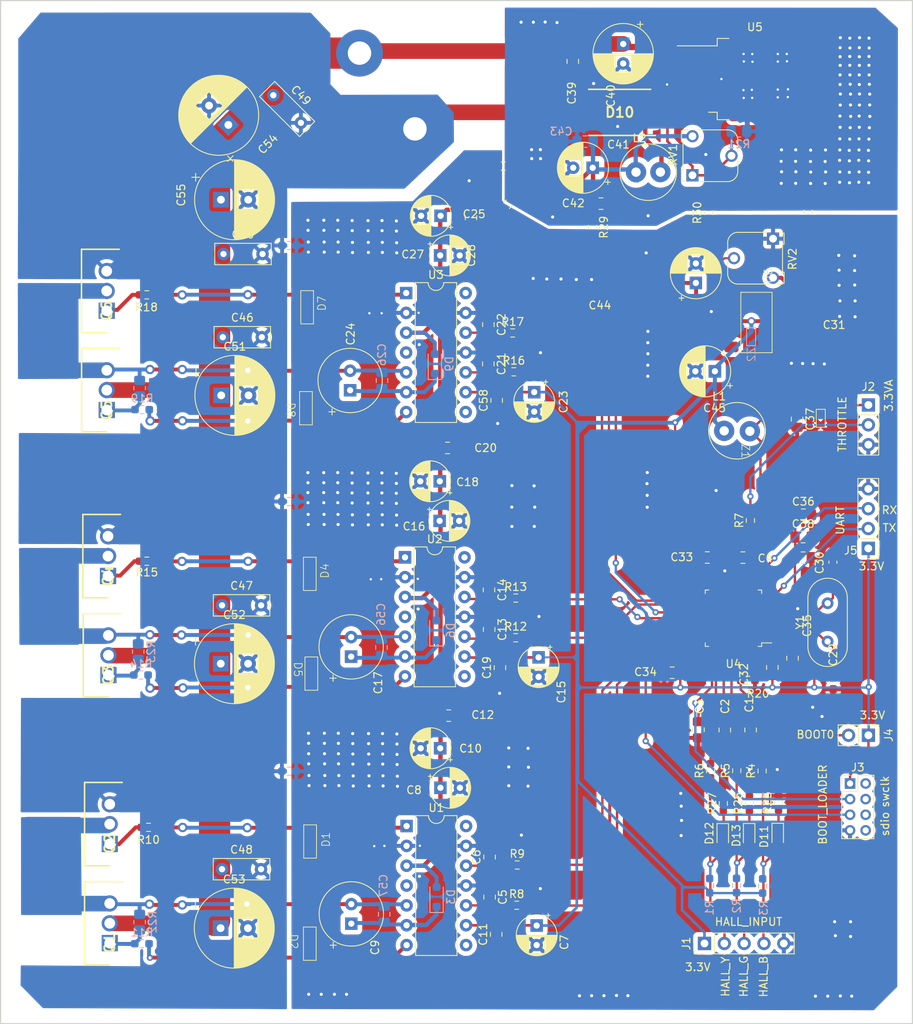
<source format=kicad_pcb>
(kicad_pcb (version 20221018) (generator pcbnew)
  (layers (0 "F.Cu" signal) (31 "B.Cu" signal) (34 "B.Paste" user) (35 "F.Paste" user) (36 "B.SilkS" user "B.Silkscreen") (37 "F.SilkS" user "F.Silkscreen") (38 "B.Mask" user) (39 "F.Mask" user) (44 "Edge.Cuts" user))
  (net 0 "")
  (net 1 "/hall_b")
  (net 2 "GND")
  (net 3 "/hall_g")
  (net 4 "/hall_y")
  (net 5 "/THROTTLE")
  (net 6 "Net-(U1-HIN)")
  (net 7 "Net-(U1-LIN)")
  (net 8 "+3.3V")
  (net 9 "+12V")
  (net 10 "Net-(U1-VB)")
  (net 11 "phase_a")
  (net 12 "Net-(U2-VB)")
  (net 13 "phase_b")
  (net 14 "Net-(U3-VB)")
  (net 15 "phase_c")
  (net 16 "Net-(U4-PD0)")
  (net 17 "Net-(U4-PD1)")
  (net 18 "+3.3VA")
  (net 19 "+48V")
  (net 20 "Net-(D10-K)")
  (net 21 "Net-(J2-Pin_2)")
  (net 22 "/swclk")
  (net 23 "/sdio")
  (net 24 "/Gate_Driver_1/LO_A")
  (net 25 "/Power_Circuit/GLA")
  (net 26 "/Gate_Driver_1/HO_A")
  (net 27 "/Power_Circuit/GHA")
  (net 28 "/Gate_Driver_2/HO_B")
  (net 29 "/Power_Circuit/GHB")
  (net 30 "/Gate_Driver_2/LO_B")
  (net 31 "/Power_Circuit/GLB")
  (net 32 "/Gate_Driver_3/LO_C")
  (net 33 "/Power_Circuit/GLC")
  (net 34 "/Gate_Driver_3/HO_C")
  (net 35 "/Power_Circuit/GHC")
  (net 36 "Net-(J4-Pin_2)")
  (net 37 "Net-(U5-FB)")
  (net 38 "Net-(U6-ADJ)")
  (net 44 "Net-(U2-HIN)")
  (net 45 "Net-(U2-LIN)")
  (net 49 "Net-(U3-HIN)")
  (net 50 "Net-(U3-LIN)")
  (net 63 "/stm32f103/Ghc")
  (net 64 "/stm32f103/Ghb")
  (net 65 "/stm32f103/Gha")
  (net 66 "/stm32f103/Glc")
  (net 67 "/stm32f103/Glb")
  (net 68 "/stm32f103/Gla")
  (net 79 "Net-(D11-K)")
  (net 80 "Net-(D11-A)")
  (net 81 "Net-(D12-K)")
  (net 82 "Net-(D12-A)")
  (net 83 "Net-(D13-K)")
  (net 84 "Net-(D13-A)")
  (net 85 "/stm32f103/TX")
  (net 86 "/stm32f103/RX")
  (footprint "Connector_PinHeader_2.54mm:PinHeader_1x03_P2.54mm_Vertical" (layer "F.Cu") (at 239.5 101.4)
    (fp_text reference "J2")
    (fp_text value "Conn_01x03")
  )
  (footprint "Resistor_SMD:R_0603_1608Metric_Pad0.98x0.95mm_HandSolder" (layer "F.Cu") (at 219.02 76.78 90)
    (fp_text reference "R30")
    (fp_text value "R")
  )
  (footprint "Crystal:Crystal_HC18-U_Vertical" (layer "F.Cu") (at 234.28 131.68 90)
    (fp_text reference "Y1")
    (fp_text value "8MHz")
  )
  (footprint "Resistor_SMD:R_0603_1608Metric_Pad0.98x0.95mm_HandSolder" (layer "F.Cu") (at 193.33 75.7 45)
    (fp_text reference "R32" hide)
    (fp_text value "R")
  )
  (footprint "Capacitor_THT:CP_Radial_D10.0mm_P3.50mm" (layer "F.Cu") (at 156.53 168.38)
    (fp_text reference "C53")
    (fp_text value "470uF")
  )
  (footprint "Connector_PinHeader_2.00mm:PinHeader_2x04_P2.00mm_Vertical" (layer "F.Cu") (at 237.15 149.86)
    (fp_text reference "J3")
    (fp_text value "Conn_01x04")
  )
  (footprint "Capacitor_THT:C_Rect_L7.0mm_W2.5mm_P5.00mm" (layer "F.Cu") (at 156.72 127.05)
    (fp_text reference "C47")
    (fp_text value "100nF")
  )
  (footprint "Capacitor_SMD:C_0805_2012Metric_Pad1.18x1.45mm_HandSolder" (layer "F.Cu") (at 205.25 75.62)
    (fp_text reference "C42")
    (fp_text value "100nF")
  )
  (footprint "1N4148_zener_diode:1N4148_zener_diode" (layer "F.Cu") (at 163.48 137.77 -90)
    (fp_text reference "D5")
    (fp_text value "D_Zener")
  )
  (footprint "Resistor_SMD:R_0603_1608Metric_Pad0.98x0.95mm_HandSolder" (layer "F.Cu") (at 192.73 70.82)
    (fp_text reference "R28" hide)
    (fp_text value "R")
  )
  (footprint "Capacitor_SMD:C_0805_2012Metric_Pad1.18x1.45mm_HandSolder" (layer "F.Cu") (at 190.98 164.4075 -90)
    (fp_text reference "C5")
    (fp_text value "470pF")
  )
  (footprint "Resistor_SMD:R_0603_1608Metric_Pad0.98x0.95mm_HandSolder" (layer "F.Cu") (at 147.3 155.475 180)
    (fp_text reference "R10")
    (fp_text value "15")
  )
  (footprint "Capacitor_THT:CP_Radial_Tantal_D8.0mm_P2.50mm" (layer "F.Cu") (at 173.272556 167.807444 90)
    (fp_text reference "C9")
    (fp_text value "10uF")
  )
  (footprint "Capacitor_THT:C_Rect_L7.0mm_W2.5mm_P5.00mm" (layer "F.Cu") (at 156.9 82.07)
    (fp_text reference "C50")
    (fp_text value "100nF")
  )
  (footprint "Resistor_SMD:R_0603_1608Metric_Pad0.98x0.95mm_HandSolder" (layer "F.Cu") (at 224.26 152.41 90)
    (fp_text reference "R26")
    (fp_text value "50")
  )
  (footprint "Resistor_SMD:R_0603_1608Metric_Pad0.98x0.95mm_HandSolder" (layer "F.Cu") (at 222.64 148.22 90)
    (fp_text reference "R5")
    (fp_text value "3.3k")
  )
  (footprint "SamacSys_Parts:TO254P483X1016X1994-3P" (layer "F.Cu") (at 141.94 89.34 90)
    (fp_text reference "Q6")
    (fp_text value "IRF1407PBF" hide)
  )
  (footprint "Capacitor_THT:CP_Radial_D5.0mm_P2.50mm" (layer "F.Cu") (at 184.71 77.18 180)
    (fp_text reference "C25")
    (fp_text value "4.7uF")
  )
  (footprint "Capacitor_SMD:C_0805_2012Metric_Pad1.18x1.45mm_HandSolder" (layer "F.Cu") (at 231.14 120.95)
    (fp_text reference "C31")
    (fp_text value "100pF")
  )
  (footprint "Capacitor_SMD:C_0805_2012Metric_Pad1.18x1.45mm_HandSolder" (layer "F.Cu") (at 191.89 100.82 90)
    (fp_text reference "C58")
    (fp_text value "100nF")
  )
  (footprint "SamacSys_Parts:TO254P483X1016X1994-3P" (layer "F.Cu") (at 142.33 157.6 90)
    (fp_text reference "Q2")
    (fp_text value "IRF1407PBF" hide)
  )
  (footprint "Capacitor_SMD:C_0805_2012Metric_Pad1.18x1.45mm_HandSolder" (layer "F.Cu") (at 217.74 142.98 -90)
    (fp_text reference "C3")
    (fp_text value "4.7nF")
  )
  (footprint "Capacitor_SMD:C_0805_2012Metric_Pad1.18x1.45mm_HandSolder" (layer "F.Cu") (at 190.827444 91.105056 -90)
    (fp_text reference "C22")
    (fp_text value "470pF")
  )
  (footprint "Potentiometer_THT:Potentiometer_Runtron_RM-065_Vertical" (layer "F.Cu") (at 216.97 71.99 90)
    (fp_text reference "RV1")
    (fp_text value "47k")
  )
  (footprint "Diode_SMD:D_0603_1608Metric_Pad1.05x0.95mm_HandSolder" (layer "F.Cu") (at 227.89 156.6125 -90)
    (fp_text reference "D11")
    (fp_text value "LED")
  )
  (footprint "Capacitor_SMD:C_0805_2012Metric_Pad1.18x1.45mm_HandSolder" (layer "F.Cu") (at 185.75 141.175)
    (fp_text reference "C12")
    (fp_text value "100nF")
  )
  (footprint "Capacitor_THT:CP_Radial_Tantal_D8.0mm_P2.50mm" (layer "F.Cu") (at 173.25 133.62 90)
    (fp_text reference "C17")
    (fp_text value "10uF")
  )
  (footprint "Capacitor_THT:CP_Radial_D5.0mm_P2.50mm" (layer "F.Cu") (at 197.012556 168.047444 -90)
    (fp_text reference "C7")
    (fp_text value "4.7uF")
  )
  (footprint "Capacitor_SMD:C_0805_2012Metric_Pad1.18x1.45mm_HandSolder" (layer "F.Cu") (at 190.82 96.13 -90)
    (fp_text reference "C21")
    (fp_text value "470pF")
  )
  (footprint "Capacitor_THT:CP_Radial_D5.0mm_P2.50mm" (layer "F.Cu") (at 184.605113 111.17 180)
    (fp_text reference "C18")
    (fp_text value "4.7uF")
  )
  (footprint "Resistor_SMD:R_0603_1608Metric_Pad0.98x0.95mm_HandSolder" (layer "F.Cu") (at 220.92 152.42 90)
    (fp_text reference "R27")
    (fp_text value "50")
  )
  (footprint "Resistor_SMD:R_0603_1608Metric_Pad0.98x0.95mm_HandSolder" (layer "F.Cu") (at 194.3325 131.200224)
    (fp_text reference "R12")
    (fp_text value "4.7k")
  )
  (footprint "Connector_PinHeader_2.54mm:PinHeader_1x02_P2.54mm_Vertical" (layer "F.Cu") (at 239.5 143.685 -90)
    (fp_text reference "J4")
    (fp_text value "Conn_01x02")
  )
  (footprint "1N4148_zener_diode:1N4148_zener_diode" (layer "F.Cu") (at 172.98 154.53 90)
    (fp_text reference "D1")
    (fp_text value "D_Zener")
  )
  (footprint "Resistor_SMD:R_0603_1608Metric_Pad0.98x0.95mm_HandSolder" (layer "F.Cu") (at 194.3325 126.120224)
    (fp_text reference "R13")
    (fp_text value "4.7k")
  )
  (footprint "Inductor_THT:L_Radial_D7.0mm_P3.00mm" (layer "F.Cu") (at 212.8 71.59 180)
    (fp_text reference "L2")
    (fp_text value "100uH")
  )
  (footprint "Resistor_SMD:R_0603_1608Metric_Pad0.98x0.95mm_HandSolder" (layer "F.Cu") (at 231.8 76.69 -90)
    (fp_text reference "R31" hide)
    (fp_text value "R")
  )
  (footprint "Capacitor_SMD:C_0805_2012Metric_Pad1.18x1.45mm_HandSolder" (layer "F.Cu") (at 188.6 77.425 -90)
    (fp_text reference "C28")
    (fp_text value "100nF")
  )
  (footprint "SamacSys_Parts:TO254P483X1016X1994-3P" (layer "F.Cu") (at 141.95 102.036026 90)
    (fp_text reference "Q5")
    (fp_text value "IRF1407PBF" hide)
  )
  (footprint "Resistor_SMD:R_0603_1608Metric_Pad0.98x0.95mm_HandSolder" (layer "F.Cu") (at 219.29 148.23 90)
    (fp_text reference "R6")
    (fp_text value "3.3k")
  )
  (footprint "Capacitor_THT:CP_Radial_D5.0mm_P2.50mm" (layer "F.Cu") (at 184.66 145.35 180)
    (fp_text reference "C10")
    (fp_text value "4.7uF")
  )
  (footprint "Capacitor_THT:CP_Radial_D10.0mm_P3.50mm" (layer "F.Cu") (at 156.57 75.12)
    (fp_text reference "C55")
    (fp_text value "470uF")
  )
  (footprint "buck_diode:DIOM8059X256N" (layer "F.Cu") (at 207.65 63.94 180)
    (fp_text reference "D10")
    (fp_text value "1N5822" hide)
  )
  (footprint "Inductor_THT:L_Radial_D7.0mm_P3.00mm" (layer "F.Cu") (at 221.18 104.7)
    (fp_text reference "L1")
    (fp_text value "27n")
  )
  (footprint "Capacitor_THT:CP_Radial_D7.5mm_P2.50mm" (layer "F.Cu") (at 208.1 55.18 -90)
    (fp_text reference "C40")
    (fp_text value "100uF")
  )
  (footprint "SamacSys_Parts:TO254P483X1016X1994-3P" (layer "F.Cu") (at 142.11 123.29 90)
    (fp_text reference "Q4")
    (fp_text value "IRF1407PBF" hide)
  )
  (footprint "Capacitor_SMD:C_0805_2012Metric_Pad1.18x1.45mm_HandSolder" (layer "F.Cu") (at 223.43 120.94)
    (fp_text reference "C4")
    (fp_text value "470nF")
  )
  (footprint "Package_DIP:DIP-14_W7.62mm" (layer "F.Cu") (at 180.352556 155.307444)
    (fp_text reference "U1")
    (fp_text value "IR2110")
  )
  (footprint "Connector_PinHeader_2.54mm:PinHeader_1x04_P2.54mm_Vertical" (layer "F.Cu") (at 239.49 119.76 180)
    (fp_text reference "J5")
    (fp_text value "Conn_01x04")
  )
  (footprint "Resistor_SMD:R_0603_1608Metric_Pad0.98x0.95mm_HandSolder" (layer "F.Cu") (at 225.89 148.26 90)
    (fp_text reference "R4")
    (fp_text value "3.3k")
  )
  (footprint "Capacitor_THT:CP_Radial_D10.0mm_P3.50mm" (layer "F.Cu") (at 156.61 100.17)
    (fp_text reference "C51")
    (fp_text value "470uF")
  )
  (footprint "Capacitor_THT:CP_Radial_D5.0mm_P2.50mm" (layer "F.Cu") (at 184.584888 116.24)
    (fp_text reference "C16")
    (fp_text value "4.7uF")
  )
  (footprint "Capacitor_THT:CP_Radial_D10.0mm_P3.50mm" (layer "F.Cu") (at 156.55 134.52)
    (fp_text reference "C52")
    (fp_text value "470uF")
  )
  (footprint "Resistor_SMD:R_0603_1608Metric_Pad0.98x0.95mm_HandSolder" (layer "F.Cu") (at 194.0825 97.15)
    (fp_text reference "R16")
    (fp_text value "4.7k")
  )
  (footprint "Resistor_SMD:R_0603_1608Metric_Pad0.98x0.95mm_HandSolder" (layer "F.Cu") (at 194.455056 165.447444)
    (fp_text reference "R8")
    (fp_text value "4.7k")
  )
  (footprint "Diode_SMD:D_0603_1608Metric_Pad1.05x0.95mm_HandSolder" (layer "F.Cu") (at 224.23 156.6425 -90)
    (fp_text reference "D13")
    (fp_text value "LED")
  )
  (footprint "Capacitor_SMD:C_0805_2012Metric_Pad1.18x1.45mm_HandSolder" (layer "F.Cu") (at 224.42 143.01 -90)
    (fp_text reference "C1")
    (fp_text value "4.7nF")
  )
  (footprint "Package_DIP:DIP-14_W7.62mm" (layer "F.Cu") (at 180.3 87.06625)
    (fp_text reference "U3")
    (fp_text value "IR2110")
  )
  (footprint "Resistor_SMD:R_0603_1608Metric_Pad0.98x0.95mm_HandSolder" (layer "F.Cu") (at 224.06 136.67)
    (fp_text reference "R20")
    (fp_text value "10k")
  )
  (footprint "Resistor_SMD:R_0603_1608Metric_Pad0.98x0.95mm_HandSolder" (layer "F.Cu") (at 147.075 87.3 180)
    (fp_text reference "R18")
    (fp_text value "15")
  )
  (footprint "Capacitor_SMD:C_0805_2012Metric_Pad1.18x1.45mm_HandSolder" (layer "F.Cu") (at 191.832556 169.177444 90)
    (fp_text reference "C11")
    (fp_text value "100nF")
  )
  (footprint "Resistor_SMD:R_0603_1608Metric_Pad0.98x0.95mm_HandSolder" (layer "F.Cu") (at 194.525056 160.297444)
    (fp_text reference "R9")
    (fp_text value "4.7k")
  )
  (footprint "Resistor_SMD:R_0603_1608Metric_Pad0.98x0.95mm_HandSolder" (layer "F.Cu") (at 224.39 116.1925 90)
    (fp_text reference "R7")
    (fp_text value "4.7k")
  )
  (footprint "1N4148_zener_diode:1N4148_zener_diode" (layer "F.Cu") (at 162.58 104.55 -90)
    (fp_text reference "D8")
    (fp_text value "D_Zener")
  )
  (footprint "Capacitor_SMD:C_0805_2012Metric_Pad1.18x1.45mm_HandSolder" (layer "F.Cu") (at 221.11 143.01 -90)
    (fp_text reference "C2")
    (fp_text value "4.7nF")
  )
  (footprint "1N4148_zener_diode:1N4148_zener_diode" (layer "F.Cu") (at 162.93 172.6 -90)
    (fp_text reference "D2")
    (fp_text value "D_Zener")
  )
  (footprint "MM3Z3V3T1G:MM3Z3V3T1G" (layer "F.Cu") (at 226.66 107.25075 -90)
    (fp_text reference "Z1")
    (fp_text value "1N4728A")
  )
  (footprint "Capacitor_THT:CP_Radial_D6.3mm_P2.50mm" (layer "F.Cu") (at 204.19238 71.03 180)
    (fp_text reference "C41")
    (fp_text value "100uF")
  )
  (footprint "Resistor_SMD:R_0603_1608Metric_Pad0.98x0.95mm_HandSolder" (layer "F.Cu") (at 227.99 152.34 90)
    (fp_text reference "R25")
    (fp_text value "50")
  )
  (footprint "Capacitor_THT:CP_Radial_D6.3mm_P2.50mm" (layer "F.Cu") (at 219.84 97.09 180)
    (fp_text reference "C45")
    (fp_text value "100uF")
  )
  (footprint "Connector_PinHeader_2.54mm:PinHeader_1x05_P2.54mm_Vertical" (layer "F.Cu") (at 218.51 170.34 90)
    (fp_text reference "J1")
    (fp_text value "Conn_01x05")
  )
  (footprint "Capacitor_SMD:C_0805_2012Metric_Pad1.18x1.45mm_HandSolder" (layer "F.Cu") (at 214.37 135.68)
    (fp_text reference "C34")
    (fp_text value "100pF")
  )
  (footprint "Package_DIP:DIP-14_W7.62mm" (layer "F.Cu") (at 180.15 120.905)
    (fp_text reference "U2")
    (fp_text value "IR2110")
  )
  (footprint "Capacitor_THT:CP_Radial_D5.0mm_P2.50mm" (layer "F.Cu") (at 184.684888 150.41)
    (fp_text reference "C8")
    (fp_text value "4.7uF")
  )
  (footprint "Capacitor_SMD:C_0805_2012Metric_Pad1.18x1.45mm_HandSolder" (layer "F.Cu") (at 190.927444 130.14278 -90)
    (fp_text reference "C13")
    (fp_text value "470pF")
  )
  (footprint "Capacitor_SMD:C_0805_2012Metric_Pad1.18x1.45mm_HandSolder" (layer "F.Cu") (at 192.31 135.03 90)
    (fp_text reference "C19")
    (fp_text value "100nF")
  )
  (footprint "Potentiometer_THT:Potentiometer_Runtron_RM-065_Vertical" (layer "F.Cu") (at 227.29 80.1075 -90)
    (fp_text reference "RV2")
    (fp_text value "10k")
  )
  (footprint "Resistor_SMD:R_0603_1608Metric_Pad0.98x0.95mm_HandSolder" (layer "F.Cu") (at 204.18 78.64 -90)
    (fp_text reference "R29")
    (fp_text value "R")
  )
  (footprint "Capacitor_SMD:C_0805_2012Metric_Pad1.18x1.45mm_HandSolder" (layer "F.Cu") (at 185.6 106.9)
    (fp_text reference "C20")
    (fp_text value "100nF")
  )
  (footprint "Capacitor_SMD:C_0805_2012Metric_Pad1.18x1.45mm_HandSolder" (layer "F.Cu") (at 190.98 159.28 90)
    (fp_text reference "C6")
    (fp_text value "470pF")
  )
  (footprint "Capacitor_SMD:C_0805_2012Metric_Pad1.18x1.45mm_HandSolder" (layer "F.Cu") (at 227.2 135 -90)
    (fp_text reference "C32")
    (fp_text value "100pF")
  )
  (footprint "SamacSys_Parts:TO254P483X1016X1994-3P" (layer "F.Cu") (at 142.33 170.3 90)
    (fp_text reference "Q1")
    (fp_text value "IRF1407PBF" hide)
  )
  (footprint "Capacitor_SMD:C_0805_2012Metric_Pad1.18x1.45mm_HandSolder" (layer "F.Cu") (at 229.79 133.82 90)
    (fp_text reference "C35")
    (fp_text value "100pF")
  )
  (footprint "Capacitor_SMD:C_0805_2012Metric_Pad1.18x1.45mm_HandSolder" (layer "F.Cu") (at 231.17 115.45)
    (fp_text reference "C36")
    (fp_text value "1u")
  )
  (footprint "Package_TO_SOT_SMD:TO-263-5_TabPin3" (layer "F.Cu") (at 224.965 59.67)
    (fp_text reference "U5")
    (fp_text value "LM2576HVS-ADJ")
  )
  (footprint "Capacitor_SMD:C_0603_1608Metric_Pad1.08x0.95mm_HandSolder" (layer "F.Cu") (at 234.99 136.9425 -90)
    (fp_text reference "C29")
    (fp_text value "30pF")
  )
  (footprint "Capacitor_THT:CP_Radial_D5.0mm_P2.50mm" (layer "F.Cu") (at 184.654888 82.25)
    (fp_text reference "C27")
    (fp_text value "4.7uF")
  )
  (footprint "Resistor_SMD:R_0603_1608Metric_Pad0.98x0.95mm_HandSolder" (layer "F.Cu") (at 147.075 121.4 180)
    (fp_text reference "R15")
    (fp_text value "15")
  )
  (footprint "Capacitor_SMD:C_0805_2012Metric_Pad1.18x1.45mm_HandSolder" (layer "F.Cu") (at 230.37 103.21 -90)
    (fp_text reference "C37")
    (fp_text value "100n")
  )
  (footprint "Diode_SMD:D_0603_1608Metric_Pad1.05x0.95mm_HandSolder" (layer "F.Cu") (at 220.85 156.65 -90)
    (fp_text reference "D12")
    (fp_text value "LED")
  )
  (footprint "Capacitor_SMD:C_0603_1608Metric_Pad1.08x0.95mm_HandSolder" (layer "F.Cu") (at 234.96 121.53 90)
    (fp_text reference "C30")
    (fp_text value "30pF")
  )
  (footprint "SamacSys_Parts:TO254P483X1016X1994-3P" (layer "F.Cu") (at 142.16 135.98 90)
    (fp_text reference "Q3")
    (fp_text value "IRF1407PBF" hide)
  )
  (footprint "1N4148_zener_diode:1N4148_zener_diode" (layer "F.Cu") (at 172.84 120.122 90)
    (fp_text reference "D4")
    (fp_text value "D_Zener")
  )
  (footprint "Capacitor_THT:C_Rect_L7.0mm_W2.5mm_P5.00mm" (layer "F.Cu") (at 156.81 92.72)
    (fp_text reference "C46")
    (fp_text value "100nF")
  )
  (footprint "Capacitor_SMD:C_0805_2012Metric_Pad1.18x1.45mm_HandSolder" (layer "F.Cu") (at 218.87 120.93 180)
    (fp_text reference "C33")
    (fp_text value "100pF")
  )
  (footprint "Capacitor_SMD:C_0805_2012Metric_Pad1.18x1.45mm_HandSolder" (layer "F.Cu") (at 190.907444 125.07278 -90)
    (fp_text reference "C14")
    (fp_text value "470pF")
  )
  (footprint "1117s_ADJ:1117s_ADJ" (layer "F.Cu") (at 232.595 88.165 90)
    (fp_text reference "U6")
    (fp_text value "LM1117S-ADJ")
  )
  (footprint "Package_QFP:LQFP-48_7x7mm_P0.5mm" (layer "F.Cu") (at 222.22 128.7 180)
    (fp_text reference "U4")
    (fp_text value "STM32F103C8Tx")
  )
  (footprint "Capacitor_THT:CP_Radial_Tantal_D8.0mm_P2.50mm" (layer "F.Cu") (at 173.12 99.51625 90)
    (fp_text reference "C24")
    (fp_text value "10uF")
  )
  (footprint "Capacitor_THT:CP_Radial_D5.0mm_P2.50mm" (layer "F.Cu") (at 197.26 133.710224 -90)
    (fp_text reference "C15")
    (fp_text value "4.7uF")
  )
  (footprint "Capacitor_SMD:C_0805_2012Metric_Pad1.18x1.45mm_HandSolder" (layer "F.Cu") (at 201.64 57.41 -90)
    (fp_text reference "C39")
    (fp_text value "100nF")
  )
  (footprint "Capacitor_SMD:C_0805_2012Metric_Pad1.18x1.45mm_HandSolder" (layer "F.Cu") (at 231.14 118.31)
    (fp_text reference "C38")
    (fp_text value "100pF")
  )
  (footprint "Capacitor_THT:CP_Radial_D6.3mm_P2.50mm" (layer "F.Cu") (at 217.402502 85.7775 90)
    (fp_text reference "C44")
    (fp_text value "10uF")
  )
  (footprint "Capacitor_THT:CP_Radial_D5.0mm_P2.50mm" (layer "F.Cu") (at 196.7 99.75625 -90)
    (fp_text reference "C23")
    (fp_text value "4.7uF")
  )
  (footprint "Capacitor_THT:C_Rect_L7.0mm_W2.5mm_P5.00mm" (layer "F.Cu") (at 163.282233 61.742233 -45)
    (fp_text reference "C49")
    (fp_text value "100nF")
  )
  (footprint "Capacitor_THT:C_Rect_L7.0mm_W2.5mm_P5.00mm" (layer "F.Cu") (at 156.71 160.83)
    (fp_text reference "C48")
    (fp_text value "100nF")
  )
  (footprint "1N4148_zener_diode:1N4148_zener_diode" (layer "F.Cu") (at 172.46 85.89 90)
    (fp_text reference "D7")
    (fp_text value "D_Zener")
  )
  (footprint "Resistor_SMD:R_0603_1608Metric_Pad0.98x0.95mm_HandSolder" (layer "F.Cu") (at 193.9425 92.18)
    (fp_text reference "R17")
    (fp_text value "4.7k")
  )
  (footprint "Capacitor_THT:CP_Radial_D10.0mm_P3.50mm" (layer "F.Cu") (at 157.524874 65.544874 135)
    (fp_text reference "C54")
    (fp_text value "470uF")
  )
  (footprint "Capacitor_SMD:C_0805_2012Metric_Pad1.18x1.45mm_HandSolder" (layer "B.Cu") (at 177.2 98.26 90)
    (fp_text reference "C26")
    (fp_text value "100nF")
  )
  (footprint "Resistor_SMD:R_0603_1608Metric_Pad0.98x0.95mm_HandSolder" (layer "B.Cu") (at 165.32 80.98 180)
    (fp_text reference "R33" hide)
    (fp_text value "R")
  )
  (footprint "Resistor_SMD:R_0603_1608Metric_Pad0.98x0.95mm_HandSolder" (layer "B.Cu") (at 225.96 162.98 -90)
    (fp_text reference "R3")
    (fp_text value "10k")
  )
  (footprint "Diode_SMD:D_SOD-323_HandSoldering" (layer "B.Cu") (at 184.16 130.247724 90)
    (fp_text reference "D6")
    (fp_text value "SS18")
  )
  (footprint "Resistor_SMD:R_0603_1608Metric_Pad0.98x0.95mm_HandSolder" (layer "B.Cu") (at 146.45 170.37 180)
    (fp_text reference "R11")
    (fp_text value "15")
  )
  (footprint "Resistor_SMD:R_0805_2012Metric_Pad1.20x1.40mm_HandSolder" (layer "B.Cu") (at 145.98 132.98 90)
    (fp_text reference "R23")
    (fp_text value "15k")
  )
  (footprint "Resistor_SMD:R_0603_1608Metric_Pad0.98x0.95mm_HandSolder" (layer "B.Cu") (at 165.2975 148.29 180)
    (fp_text reference "R35" hide)
    (fp_text value "R")
  )
  (footprint "Capacitor_SMD:C_0805_2012Metric_Pad1.18x1.45mm_HandSolder" (layer "B.Cu") (at 203.22 67.68 180)
    (fp_text reference "C43")
    (fp_text value "4.7uF")
  )
  (footprint "MM3Z3V3T1G:MM3Z3V3T1G" (layer "B.Cu") (at 230.74 96.62075 -90)
    (fp_text reference "Z2")
    (fp_text value "1N4728A")
  )
  (footprint "Resistor_SMD:R_0603_1608Metric_Pad0.98x0.95mm_HandSolder" (layer "B.Cu") (at 219.17 162.94 -90)
    (fp_text reference "R1")
    (fp_text value "10k")
  )
  (footprint "Capacitor_SMD:C_0805_2012Metric_Pad1.18x1.45mm_HandSolder" (layer "B.Cu") (at 177.13 132.45 90)
    (fp_text reference "C56")
    (fp_text value "100nF")
  )
  (footprint "Resistor_SMD:R_0805_2012Metric_Pad1.20x1.40mm_HandSolder" (layer "B.Cu") (at 222.92 66.36)
    (fp_text reference "R21")
    (fp_text value "1.2k")
  )
  (footprint "Resistor_SMD:R_0805_2012Metric_Pad1.20x1.40mm_HandSolder" (layer "B.Cu") (at 146.16 167.61 90)
    (fp_text reference "R22")
    (fp_text value "15k")
  )
  (footprint "Resistor_SMD:R_0603_1608Metric_Pad0.98x0.95mm_HandSolder" (layer "B.Cu") (at 146.48 101.99 180)
    (fp_text reference "R19")
    (fp_text value "15")
  )
  (footprint "Resistor_SMD:R_0603_1608Metric_Pad0.98x0.95mm_HandSolder" (layer "B.Cu") (at 165.31 113.76 180)
    (fp_text reference "R34" hide)
    (fp_text value "R")
  )
  (footprint "Capacitor_SMD:C_0805_2012Metric_Pad1.18x1.45mm_HandSolder" (layer "B.Cu") (at 177.482556 166.597444 -90)
    (fp_text reference "C57")
    (fp_text value "100nF")
  )
  (footprint "Diode_SMD:D_SOD-323_HandSoldering" (layer "B.Cu") (at 183.97 96.13375 90)
    (fp_text reference "D9")
    (fp_text value "SS18")
  )
  (footprint "Diode_SMD:D_SOD-323_HandSoldering" (layer "B.Cu") (at 184.192556 164.367444 90)
    (fp_text reference "D3")
    (fp_text value "SS18")
  )
  (footprint "Resistor_SMD:R_0805_2012Metric_Pad1.20x1.40mm_HandSolder" (layer "B.Cu") (at 146.16 99.25 90)
    (fp_text reference "R24" hide)
    (fp_text value "15k")
  )
  (footprint "Resistor_SMD:R_0603_1608Metric_Pad0.98x0.95mm_HandSolder" (layer "B.Cu") (at 222.61 162.9225 -90)
    (fp_text reference "R2")
    (fp_text value "10k")
  )
  (footprint "Resistor_SMD:R_0603_1608Metric_Pad0.98x0.95mm_HandSolder" (layer "B.Cu") (at 146.33 135.97 180)
    (fp_text reference "R14")
    (fp_text value "15")
  )
  (gr_rect (start 128.35 49.625) (end 245.15 180.605) (stroke (width 0.15)) (fill none) (layer "Edge.Cuts"))
  (gr_text "TX" (at 241.25 117.72) (layer "F.SilkS") (effects (font (size 1 1)) (justify left bottom)))
  (gr_text "UART\n" (at 236.48 118.1 90) (layer "F.SilkS") (effects (font (size 1 1)) (justify left bottom)))
  (gr_text "RX" (at 241.12 115.44) (layer "F.SilkS") (effects (font (size 1 1)) (justify left bottom)))
  (gr_text "HALL_G" (at 224.12 177.3 90) (layer "F.SilkS") (effects (font (size 1 1)) (justify left bottom)))
  (gr_text "3.3V" (at 238.18 122.64) (layer "F.SilkS") (effects (font (size 1 1)) (justify left bottom)))
  (gr_text "HALL_INPUT" (at 219.75 168.15) (layer "F.SilkS") (effects (font (size 1 1)) (justify left bottom)))
  (gr_text "sdio" (at 242.22 156.69 90) (layer "F.SilkS") (effects (font (size 1 1)) (justify left bottom)))
  (gr_text "3.3V" (at 215.94 173.96) (layer "F.SilkS") (effects (font (size 1 1)) (justify left bottom)))
  (gr_text "HALL_Y" (at 221.78 177.26 90) (layer "F.SilkS") (effects (font (size 1 1)) (justify left bottom)))
  (gr_text "THROTTLE\n" (at 236.74 107.49 90) (layer "F.SilkS") (effects (font (size 1 1)) (justify left bottom)))
  (gr_text "3.3V" (at 238.3 141.71) (layer "F.SilkS") (effects (font (size 1 1)) (justify left bottom)))
  (gr_text "BOOT0" (at 230.21 144.18) (layer "F.SilkS") (effects (font (size 1 1)) (justify left bottom)))
  (gr_text "HALL_B" (at 226.66 177.33 90) (layer "F.SilkS") (effects (font (size 1 1)) (justify left bottom)))
  (gr_text "BOOT_LOADER" (at 234.24 157.77 90) (layer "F.SilkS") (effects (font (size 1 1)) (justify left bottom)))
  (gr_text "swclk" (at 242.22 153.02 90) (layer "F.SilkS") (effects (font (size 1 1)) (justify left bottom)))
  (gr_text "3.3VA\n" (at 242.7 102.34 90) (layer "F.SilkS") (effects (font (size 1 1)) (justify left bottom)))
  (segment (start 224.42 141.05) (end 221.97 138.6) (width 0.3) (layer "F.Cu") (net 1))
  (segment (start 225.89 147.3475) (end 226.15 147.0875) (width 0.3) (layer "F.Cu") (net 1))
  (segment (start 226.15 143.7025) (end 224.42 141.9725) (width 0.3) (layer "F.Cu") (net 1))
  (segment (start 221.97 138.6) (end 221.97 132.8625) (width 0.3) (layer "F.Cu") (net 1))
  (segment (start 224.42 141.9725) (end 224.42 141.05) (width 0.3) (layer "F.Cu") (net 1))
  (segment (start 226.15 147.0875) (end 226.15 143.7025) (width 0.3) (layer "F.Cu") (net 1))
  (segment (start 232.2075 118.28) (end 232.1775 118.31) (width 0.25) (layer "F.Cu") (net 2))
  (segment (start 219.9475 120.89) (end 219.9075 120.93) (width 0.25) (layer "F.Cu") (net 2))
  (segment (start 213.72 60.37) (end 214.42 59.67) (width 0.25) (layer "F.Cu") (net 2))
  (segment (start 142.15625 84.269776) (end 141.93 84.496026) (width 0.25) (layer "F.Cu") (net 2))
  (segment (start 142.48 152.57) (end 142.322556 152.727444) (width 0.25) (layer "F.Cu") (net 2))
  (segment (start 226.3825 127.95) (end 228.36 127.95) (width 0.3) (layer "F.Cu") (net 2))
  (segment (start 229.79 134.8575) (end 229.7725 134.875) (width 0.25) (layer "F.Cu") (net 2))
  (segment (start 227.85 134.875) (end 227.2 134.225) (width 0.25) (layer "F.Cu") (net 2))
  (segment (start 229.7725 134.875) (end 227.85 134.875) (width 0.25) (layer "F.Cu") (net 2))
  (segment (start 204.19 63.93) (end 204.2 63.94) (width 2) (layer "F.Cu") (net 2))
  (segment (start 221.11 144.0475) (end 221.11 151.3175) (width 0.3) (layer "F.Cu") (net 2))
  (segment (start 196.5675 101.83375) (end 196.99 102.25625) (width 0.25) (layer "F.Cu") (net 2))
  (segment (start 224.26 151.4975) (end 224.26 144.2075) (width 0.3) (layer "F.Cu") (net 2))
  (segment (start 219.97 124.5375) (end 219.97 120.9925) (width 0.3) (layer "F.Cu") (net 2))
  (segment (start 213.3325 135.68) (end 213.3325 134.2475) (width 0.25) (layer "F.Cu") (net 2))
  (segment (start 188.415056 158.289944) (end 187.972556 157.847444) (width 0.25) (layer "F.Cu") (net 2))
  (segment (start 197.312556 170.847444) (end 197.012556 170.547444) (width 0.25) (layer "F.Cu") (net 2))
  (segment (start 224.47 136.1675) (end 224.9725 136.67) (width 0.3) (layer "F.Cu") (net 2))
  (segment (start 188.3525 95.11875) (end 187.92 94.68625) (width 0.25) (layer "F.Cu") (net 2))
  (segment (start 219.9075 120.93) (end 219.97 120.9925) (width 0.25) (layer "F.Cu") (net 2))
  (segment (start 224.47 132.8625) (end 224.47 136.1675) (width 0.3) (layer "F.Cu") (net 2))
  (segment (start 222.3025 120.93) (end 222.3125 120.94) (width 0.25) (layer "F.Cu") (net 2))
  (segment (start 214.42 59.67) (end 217.315 59.67) (width 0.25) (layer "F.Cu") (net 2))
  (segment (start 188.4025 90.08875) (end 187.92 89.60625) (width 0.25) (layer "F.Cu") (net 2))
  (segment (start 183.54 63.93) (end 204.19 63.93) (width 2) (layer "F.Cu") (net 2))
  (segment (start 224.26 144.2075) (end 224.42 144.0475) (width 0.3) (layer "F.Cu") (net 2))
  (segment (start 232.2375 115.42) (end 232.2075 115.45) (width 0.25) (layer "F.Cu") (net 2))
  (segment (start 221.11 151.3175) (end 220.92 151.5075) (width 0.3) (layer "F.Cu") (net 2))
  (segment (start 216.63 130.95) (end 218.0575 130.95) (width 0.25) (layer "F.Cu") (net 2))
  (segment (start 227.2 134.225) (end 227.2 133.9625) (width 0.25) (layer "F.Cu") (net 2))
  (segment (start 192.165056 170.547444) (end 191.832556 170.214944) (width 0.25) (layer "F.Cu") (net 2))
  (segment (start 213.3325 134.2475) (end 216.63 130.95) (width 0.25) (layer "F.Cu") (net 2))
  (segment (start 181.42 66.05) (end 183.54 63.93) (width 2) (layer "F.Cu") (net 2))
  (via (at 193.84 111.72) (size 0.8) (drill 0.4) (layers "F.Cu" "B.Cu") (net 2))
  (via (at 211.25 96.31) (size 0.8) (drill 0.4) (layers "F.Cu" "B.Cu") (net 2))
  (via (at 215.57 154.59) (size 0.8) (drill 0.4) (layers "F.Cu" "B.Cu") (net 2))
  (via (at 233.96 70.23) (size 0.8) (drill 0.4) (layers "F.Cu" "B.Cu") (net 2))
  (via (at 211.17 112.97) (size 0.8) (drill 0.4) (layers "F.Cu" "B.Cu") (net 2))
  (via (at 169.78 115.41) (size 0.8) (drill 0.4) (layers "F.Cu" "B.Cu") (net 2))
  (via (at 177.19 112.66) (size 0.8) (drill 0.4) (layers "F.Cu" "B.Cu") (net 2))
  (via (at 202.5 177.04) (size 0.8) (drill 0.4) (layers "F.Cu" "B.Cu") (net 2))
  (via (at 192.02 103.77) (size 0.8) (drill 0.4) (layers "F.Cu" "B.Cu") (net 2))
  (via (at 239.57 67.36) (size 0.8) (drill 0.4) (layers "F.Cu" "B.Cu") (net 2))
  (via (at 173.39 79.08) (size 0.8) (drill 0.4) (layers "F.Cu" "B.Cu") (net 2))
  (via (at 237.17 60.34) (size 0.8) (drill 0.4) (layers "F.Cu" "B.Cu") (net 2))
  (via (at 238.27 70.07) (size 0.8) (drill 0.4) (layers "F.Cu" "B.Cu") (net 2))
  (via (at 193.84 116.95) (size 0.8) (drill 0.4) (layers "F.Cu" "B.Cu") (net 2))
  (via (at 235.87 59.14) (size 0.8) (drill 0.4) (layers "F.Cu" "B.Cu") (net 2))
  (via (at 182 161.74) (size 0.8) (drill 0.4) (layers "F.Cu" "B.Cu") (net 2))
  (via (at 227.9 56.46) (size 0.5) (drill 0.3) (layers "F.Cu" "B.Cu") (net 2))
  (via (at 221.11 148.15) (size 0.8) (drill 0.4) (layers "F.Cu" "B.Cu") (net 2))
  (via (at 177.24 116.74) (size 0.8) (drill 0.4) (layers "F.Cu" "B.Cu") (net 2))
  (via (at 238.35 57.92) (size 0.8) (drill 0.4) (layers "F.Cu" "B.Cu") (net 2))
  (via (at 220.68 59.67) (size 0.5) (drill 0.3) (layers "F.Cu" "B.Cu") (net 2))
  (via (at 235.91 54.38) (size 0.8) (drill 0.4) (layers "F.Cu" "B.Cu") (net 2))
  (via (at 224.63 56.47) (size 0.5) (drill 0.3) (layers "F.Cu" "B.Cu") (net 2))
  (via (at 175.55 150.17) (size 0.8) (drill 0.4) (layers "F.Cu" "B.Cu") (net 2))
  (via (at 169.8 81.83) (size 0.8) (drill 0.4) (layers "F.Cu" "B.Cu") (net 2))
  (via (at 239.54 72.95) (size 0.8) (drill 0.4) (layers "F.Cu" "B.Cu") (net 2))
  (via (at 237.17 65.9) (size 0.8) (drill 0.4) (layers "F.Cu" "B.Cu") (net 2))
  (via (at 237.8 90.11) (size 0.8) (drill 0.4) (layers "F.Cu" "B.Cu") (net 2))
  (via (at 171.58 116.7) (size 0.8) (drill 0.4) (layers "F.Cu" "B.Cu") (net 2))
  (via (at 211.25 93.43) (size 0.8) (drill 0.4) (layers "F.Cu" "B.Cu") (net 2))
  (via (at 232.72 177.09) (size 0.8) (drill 0.4) (layers "F.Cu" "B.Cu") (net 2))
  (via (at 205.63 177.03) (size 0.8) (drill 0.4) (layers "F.Cu" "B.Cu") (net 2))
  (via (at 171.64 147.34) (size 0.8) (drill 0.4) (layers "F.Cu" "B.Cu") (net 2))
  (via (at 235.91 61.59) (size 0.8) (drill 0.4) (layers "F.Cu" "B.Cu") (net 2))
  (via (at 237.12 54.43) (size 0.8) (drill 0.4) (layers "F.Cu" "B.Cu") (net 2))
  (via (at 211.26 91.98) (size 0.8) (drill 0.4) (layers "F.Cu" "B.Cu") (net 2))
  (via (at 175.41 111.39) (size 0.8) (drill 0.4) (layers "F.Cu" "B.Cu") (net 2))
  (via (at 173.42 80.59) (size 0.8) (drill 0.4) (layers "F.Cu" "B.Cu") (net 2))
  (via (at 179.04 77.84) (size 0.8) (drill 0.4) (layers "F.Cu" "B.Cu") (net 2))
  (via (at 211.04 81.93) (size 0.8) (drill 0.4) (layers "F.Cu" "B.Cu") (net 2))
  (via (at 227.89 62.01) (size 0.5) (drill 0.3) (layers "F.Cu" "B.Cu") (net 2))
  (via (at 208.7 177.03) (size 0.8) (drill 0.4) (layers "F.Cu" "B.Cu") (net 2))
  (via (at 235.84 67.33) (size 0.8) (drill 0.4) (layers "F.Cu" "B.Cu") (net 2))
  (via (at 235.88 55.66) (size 0.8) (drill 0.4) (layers "F.Cu" "B.Cu") (net 2))
  (via (at 179.13 146.14) (size 0.8) (drill 0.4) (layers "F.Cu" "B.Cu") (net 2))
  (via (at 211.26 94.84) (size 0.8) (drill 0.4) (layers "F.Cu" "B.Cu") (net 2))
  (via (at 173.51 148.89) (size 0.8) (drill 0.4) (layers "F.Cu" "B.Cu") (net 2))
  (via (at 239.53 70.14) (size 0.8) (drill 0.4) (layers "F.Cu" "B.Cu") (net 2))
  (via (at 177.2 77.79) (size 0.8) (drill 0.4) (layers "F.Cu" "B.Cu") (net 2))
  (via (at 188.37 72.69) (size 0.8) (drill 0.4) (layers "F.Cu" "B.Cu") (net 2))
  (via (at 197.31 128.48) (size 0.8) (drill 0.4) (layers "F.Cu" "B.Cu") (net 2))
  (via (at 235.82 90.06) (size 0.8) (drill 0.4) (layers "F.Cu" "B.Cu") (net 2))
  (via (at 227.9 57.43) (size 0.5) (drill 0.3) (layers "F.Cu" "B.Cu") (net 2))
  (via (at 239.58 54.43) (size 0.8) (drill 0.4) (layers "F.Cu" "B.Cu") (net 2))
  (via (at 171.63 146.05) (size 0.8) (drill 0.4) (layers "F.Cu" "B.Cu") (net 2))
  (via (at 196.36 68.71) (size 0.8) (drill 0.4) (layers "F.Cu" "B.Cu") (net 2))
  (via (at 239.63 65.9) (size 0.8) (drill 0.4) (layers "F.Cu" "B.Cu") (net 2))
  (via (at 193.44 145.31) (size 0.8) (drill 0.4) (layers "F.Cu" "B.Cu") (net 2))
  (via (at 167.72 111.35) (size 0.8) (drill 0.4) (layers "F.Cu" "B.Cu") (net 2))
  (via (at 175.41 113.95) (size 0.8) (drill 0.4) (layers "F.Cu" "B.Cu") (net 2))
  (via (at 234.3 177.09) (size 0.8) (drill 0.4) (layers "F.Cu" "B.Cu") (net 2))
  (via (at 224.57 61.05) (size 0.5) (drill 0.3) (layers "F.Cu" "B.Cu") (net 2))
  (via (at 204.05 85.34) (size 0.8) (drill 0.4) (layers "F.Cu" "B.Cu") (net 2))
  (via (at 237.21 62.99) (size 0.8) (drill 0.4) (layers "F.Cu" "B.Cu") (net 2))
  (via (at 175.59 89.65) (size 0.5) (drill 0.3) (layers "F.Cu" "B.Cu") (net 2))
  (via (at 171.53 112.62) (size 0.8) (drill 0.4) (layers "F.Cu" "B.Cu") (net 2))
  (via (at 175.51 147.38) (size 0.8) (drill 0.4) (layers "F.Cu" "B.Cu") (net 2))
  (via (at 235.91 177.06) (size 0.8) (drill 0.4) (layers "F.Cu" "B.Cu") (net 2))
  (via (at 239.51 68.8) (size 0.8) (drill 0.4) (layers "F.Cu" "B.Cu") (net 2))
  (via (at 215.53 152.76) (size 0.8) (drill 0.4) (layers "F.Cu" "B.Cu") (net 2))
  (via (at 207.24 177) (size 0.8) (drill 0.4) (layers "F.Cu" "B.Cu") (net 2))
  (via (at 167.72 77.75) (size 0.8) (drill 0.4) (layers "F.Cu" "B.Cu") (net 2))
  (via (at 169.42 176.85) (size 0.8) (drill 0.4) (layers "F.Cu" "B.Cu") (net 2))
  (via (at 179.05 79.13) (size 0.8) (drill 0.4) (layers "F.Cu" "B.Cu") (net 2))
  (via (at 177.19 110.1) (size 0.8) (drill 0.4) (layers "F.Cu" "B.Cu") (net 2))
  (via (at 167.8 144.72) (size 0.8) (drill 0.4) (layers "F.Cu" "B.Cu") (net 2))
  (via (at 169.88 148.84) (size 0.8) (drill 0.4) (layers "F.Cu" "B.Cu") (net 2))
  (via (at 232.37 140.1) (size 0.8) (drill 0.4) (layers "F.Cu" "B.Cu") (net 2))
  (via (at 177.23 115.45) (size 0.8) (drill 0.4) (layers "F.Cu" "B.Cu") (net 2))
  (via (at 197.51 69.86) (size 0.8) (drill 0.4) (layers "F.Cu" "B.Cu") (net 2))
  (via (at 235.84 68.75) (size 0.8) (drill 0.4) (layers "F.Cu" "B.Cu") (net 2))
  (via (at 179.03 112.71) (size 0.8) (drill 0.4) (layers "F.Cu" "B.Cu") (net 2))
  (via (at 237.74 82.3) (size 0.8) (drill 0.4) (layers "F.Cu" "B.Cu") (net 2))
  (via (at 196.57 85.2) (size 0.8) (drill 0.4) (layers "F.Cu" "B.Cu") (net 2))
  (via (at 173.52 150.18) (size 0.8) (drill 0.4) (layers "F.Cu" "B.Cu") (net 2))
  (via (at 237.14 59.14) (size 0.8) (drill 0.4) (layers "F.Cu" "B.Cu") (net 2))
  (via (at 237.12 57.91) (size 0.8) (drill 0.4) (layers "F.Cu" "B.Cu") (net 2))
  (via (at 224.62 62.08) (size 0.5) (drill 0.3) (layers "F.Cu" "B.Cu") (net 2))
  (via (at 177.1 123.7) (size 0.5) (drill 0.3) (layers "F.Cu" "B.Cu") (net 2))
  (via (at 173.47 146.09) (size 0.8) (drill 0.4) (layers "F.Cu" "B.Cu") (net 2))
  (via (at 177.2 113.95) (size 0.8) (drill 0.4) (layers "F.Cu" "B.Cu") (net 2))
  (via (at 195.91 145.36) (size 0.8) (drill 0.4) (layers "F.Cu" "B.Cu") (net 2))
  (via (at 169.79 116.7) (size 0.8) (drill 0.4) (layers "F.Cu" "B.Cu") (net 2))
  (via (at 233.56 141.28) (size 0.8) (drill 0.4) (layers "F.Cu" "B.Cu") (net 2))
  (via (at 229.05 56.46) (size 0.5) (drill 0.3) (layers "F.Cu" "B.Cu") (net 2))
  (via (at 237.08 72.95) (size 0.8) (drill 0.4) (layers "F.Cu" "B.Cu") (net 2))
  (via (at 167.71 110.06) (size 0.8) (drill 0.4) (layers "F.Cu" "B.Cu") (net 2))
  (via (at 237.22 167.56) (size 0.8) (drill 0.4) (layers "F.Cu" "B.Cu") (net 2))
  (via (at 167.72 113.91) (size 0.8) (drill 0.4) (layers "F.Cu" "B.Cu") (net 2))
  (via (at 229.18 61.98) (size 0.5) (drill 0.3) (layers "F.Cu" "B.Cu") (net 2))
  (via (at 179.18 150.22) (size 0.8) (drill 0.4) (layers "F.Cu" "B.Cu") (net 2))
  (via (at 179.07 115.5) (size 0.8) (drill 0.4) (layers "F.Cu" "B.Cu") (net 2))
  (via (at 169.85 147.34) (size 0.8) (drill 0.4) (layers "F.Cu" "B.Cu") (net 2))
  (via (at 181.42 66.05) (size 6) (drill 3) (layers "F.Cu" "B.Cu") (net 2))
  (via (at 235.88 65.85) (size 0.8) (drill 0.4) (layers "F.Cu" "B.Cu") (net 2))
  (via (at 224.66 57.46) (size 0.5) (drill 0.3) (layers "F.Cu" "B.Cu") (net 2))
  (via (at 199.06 77.33) (size 0.8) (drill 0.4) (layers "F.Cu" "B.Cu") (net 2))
  (via (at 169.82 143.43) (size 0.8) (drill 0.4) (layers "F.Cu" "B.Cu") (net 2))
  (via (at 193.44 150.15) (size 0.8) (drill 0.4) (layers "F.Cu" "B.Cu") (net 2))
  (via (at 204.31 60.24) (size 0.8) (drill 0.4) (layers "F.Cu" "B.Cu") (net 2))
  (via (at 171.55 79.04) (size 0.8) (drill 0.4) (layers "F.Cu" "B.Cu") (net 2))
  (via (at 230.45 127.48) (size 0.8) (drill 0.4) (layers "F.Cu" "B.Cu") (net 2))
  (via (at 211.14 111.47) (size 0.8) (drill 0.4) (layers "F.Cu" "B.Cu") (net 2))
  (via (at 228.38 71.54) (size 0.8) (drill 0.4) (layers "F.Cu" "B.Cu") (net 2))
  (via (at 235.89 57.92) (size 0.8) (drill 0.4) (layers "F.Cu" "B.Cu") (net 2))
  (via (at 229.07 57.4) (size 0.5) (drill 0.3) (layers "F.Cu" "B.Cu") (net 2))
  (via (at 235.88 56.81) (size 0.8) (drill 0.4) (layers "F.Cu" "B.Cu") (net 2))
  (via (at 181.89 89.6) (size 0.5) (drill 0.3) (layers "F.Cu" "B.Cu") (net 2))
  (via (at 237.14 55.69) (size 0.8) (drill 0.4) (layers "F.Cu" "B.Cu") (net 2))
  (via (at 177.16 89.65) (size 0.5) (drill 0.3) (layers "F.Cu" "B.Cu") (net 2))
  (via (at 171.57 115.41) (size 0.8) (drill 0.4) (layers "F.Cu" "B.Cu") (net 2))
  (via (at 167.73 79.04) (size 0.8) (drill 0.4) (layers "F.Cu" "B.Cu") (net 2))
  (via (at 167.79 143.43) (size 0.8) (drill 0.4) (layers "F.Cu" "B.Cu") (net 2))
  (via (at 202.09 85.34) (size 0.8) (drill 0.4) (layers "F.Cu" "B.Cu") (net 2))
  (via (at 171.54 113.91) (size 0.8) (drill 0.4) (layers "F.Cu" "B.Cu") (net 2))
  (via (at 179.04 114) (size 0.8) (drill 0.4) (layers "F.Cu" "B.Cu") (net 2))
  (via (at 239.67 61.6) (size 0.8) (drill 0.4) (layers "F.Cu" "B.Cu") (net 2))
  (via (at 232.11 68.77) (size 0.8) (drill 0.4) (layers "F.Cu" "B.Cu") (net 2))
  (via (at 224.26 148.12) (size 0.8) (drill 0.4) (layers "F.Cu" "B.Cu") (net 2))
  (via (at 171.54 77.75) (size 0.8) (drill 0.4) (layers "F.Cu" "B.Cu") (net 2))
  (via (at 175.44 115.45) (size 0.8) (drill 0.4) (layers "F.Cu" "B.Cu") (net 2))
  (via (at 238.34 55.66) (size 0.8) (drill 0.4) (layers "F.Cu" "B.Cu") (net 2))
  (via (at 169.74 110.06) (size 0.8) (drill 0.4) (layers "F.Cu" "B.Cu") (net 2))
  (via (at 230.18 70.21) (size 0.8) (drill 0.4) (layers "F.Cu" "B.Cu") (net 2))
  (via (at 167.77 81.83) (size 0.8) (drill 0.4) (layers "F.Cu" "B.Cu") (net 2))
  (via (at 227.9 61.02) (size 0.5) (drill 0.3) (layers "F.Cu" "B.Cu") (net 2))
  (via (at 167.71 112.62) (size 0.8) (drill 0.4) (layers "F.Cu" "B.Cu") (net 2))
  (via (at 167.85 148.84) (size 0.8) (drill 0.4) (layers "F.Cu" "B.Cu") (net 2))
  (via (at 223.52 56.46) (size 0.5) (drill 0.3) (layers "F.Cu" "B.Cu") (net 2))
  (via (at 196.38 69.86) (size 0.8) (drill 0.4) (layers "F.Cu" "B.Cu") (net 2))
  (via (at 169.75 111.35) (size 0.8) (drill 0.4) (layers "F.Cu" "B.Cu") (net 2))
  (via (at 235.71 82.25) (size 0.8) (drill 0.4) (layers "F.Cu" "B.Cu") (net 2))
  (via (at 235.86 88.07) (size 0.8) (drill 0.4) (layers "F.Cu" "B.Cu") (net 2))
  (via (at 177.34 150.17) (size 0.8) (drill 0.4) (layers "F.Cu" "B.Cu") (net 2))
  (via (at 179.03 110.15) (size 0.8) (drill 0.4) (layers "F.Cu" "B.Cu") (net 2))
  (via (at 181.97 93.67) (size 0.8) (drill 0.4) (layers "F.Cu" "B.Cu") (net 2))
  (via (at 235.75 86.08) (size 0.8) (drill 0.4) (layers "F.Cu" "B.Cu") (net 2))
  (via (at 175.42 79.08) (size 0.8) (drill 0.4) (layers "F.Cu" "B.Cu") (net 2))
  (via (at 175.41 77.79) (size 0.8) (drill 0.4) (layers "F.Cu" "B.Cu") (net 2))
  (via (at 237.37 177.09) (size 0.8) (drill 0.4) (layers "F.Cu" "B.Cu") (net 2))
  (via (at 167.86 150.13) (size 0.8) (drill 0.4) (layers "F.Cu" "B.Cu") (net 2))
  (via (at 176.21 157.88) (size 0.5) (drill 0.3) (layers "F.Cu" "B.Cu") (net 2))
  (via (at 198.31 85.27) (size 0.8) (drill 0.4) (layers "F.Cu" "B.Cu") (net 2))
  (via (at 169.74 112.62) (size 0.8) (drill 0.4) (layers "F.Cu" "B.Cu") (net 2))
  (via (at 237.8 88.07) (size 0.8) (drill 0.4) (layers "F.Cu" "B.Cu") (net 2))
  (via (at 167.82 147.34) (size 0.8) (drill 0.4) (layers "F.Cu" "B.Cu") (net 2))
  (via (at 182.05 157.83) (size 0.5) (drill 0.3) (layers "F.Cu" "B.Cu") (net 2))
  (via (at 167.81 146.05) (size 0.8) (drill 0.4) (layers "F.Cu" "B.Cu") (net 2))
  (via (at 171.62 144.72) (size 0.8) (drill 0.4) (layers "F.Cu" "B.Cu") (net 2))
  (via (at 223.55 57.42) (size 0.5) (drill 0.3) (layers "F.Cu" "B.Cu") (net 2))
  (via (at 232.42 96.11) (size 0.8) (drill 0.4) (layers "F.Cu" "B.Cu") (net 2))
  (via (at 238.36 63) (size 0.8) (drill 0.4) (layers "F.Cu" "B.Cu") (net 2))
  (via (at 213.72 60.37) (size 0.5) (drill 0.3) (layers "F.Cu" "B.Cu") (net 2))
  (via (at 220 112.35) (size 0.8) (drill 0.4) (layers "F.Cu" "B.Cu") (net 2))
  (via (at 179.14 147.43) (size 0.8) (drill 0.4) (layers "F.Cu" "B.Cu") (net 2))
  (via (at 199.62 52.44) (size 0.8) (drill 0.4) (layers "F.Cu" "B.Cu") (net 2))
  (via (at 171.53 110.06) (size 0.8) (drill 0.4) (layers "F.Cu" "B.Cu") (net 2))
  (via (at 195.91 150.2) (size 0.8) (drill 0.4) (layers "F.Cu" "B.Cu") (net 2))
  (via (at 179.11 143.52) (size 0.8) (drill 0.4) (layers "F.Cu" "B.Cu") (net 2))
  (via (at 169.75 113.91) (size 0.8) (drill 0.4) (layers "F.Cu" "B.Cu") (net 2))
  (via (at 229.2 60.99) (size 0.5) (drill 0.3) (layers "F.Cu" "B.Cu") (net 2))
  (via (at 232.1 73.04) (size 0.8) (drill 0.4) (layers "F.Cu" "B.Cu") (net 2))
  (via (at 223.53 62.09) (size 0.5) (drill 0.3) (layers "F.Cu" "B.Cu") (net 2))
  (via (at 230.2 68.73) (size 0.8) (drill 0.4) (layers "F.Cu" "B.Cu") (net 2))
  (via (at 177.29 146.09) (size 0.8) (drill 0.4) (layers "F.Cu" "B.Cu") (net 2))
  (via (at 198.1 52.37) (size 0.8) (drill 0.4) (layers "F.Cu" "B.Cu") (net 2))
  (via (at 177.33 148.88) (size 0.8) (drill 0.4) (layers "F.Cu" "B.Cu") (net 2))
  (via (at 171.61 143.43) (size 0.8) (drill 0.4) (layers "F.Cu" "B.Cu") (net 2))
  (via (at 239.58 56.78) (size 0.8) (drill 0.4) (layers "F.Cu" "B.Cu") (net 2))
  (via (at 175.49 144.76) (size 0.8) (drill 0.4) (layers "F.Cu" "B.Cu") (net 2))
  (via (at 218.68 69.33) (size 0.8) (drill 0.4) (layers "F.Cu" "B.Cu") (net 2))
  (via (at 173.43 81.88) (size 0.8) (drill 0.4) (layers "F.Cu" "B.Cu") (net 2))
  (via (at 196.77 114.48) (size 0.8) (drill 0.4) (layers "F.Cu" "B.Cu") (net 2))
  (via (at 173.37 112.66) (size 0.8) (drill 0.4) (layers "F.Cu" "B.Cu") (net 2))
  (via (at 237.06 71.61) (size 0.8) (drill 0.4) (layers "F.Cu" "B.Cu") (net 2))
  (via (at 181.79 123.66) (size 0.5) (drill 0.3) (layers "F.Cu" "B.Cu") (net 2))
  (via (at 175.45 116.74) (size 0.8) (drill 0.4) (layers "F.Cu" "B.Cu") (net 2))
  (via (at 173.38 77.79) (size 0.8) (drill 0.4) (layers "F.Cu" "B.Cu") (net 2))
  (via (at 235.81 70.07) (size 0.8) (drill 0.4) (layers "F.Cu" "B.Cu") (net 2))
  (via (at 237.12 56.78) (size 0.8) (drill 0.4) (layers "F.Cu" "B.Cu") (net 2))
  (via (at 179.08 80.63) (size 0.8) (drill 0.4) (layers "F.Cu" "B.Cu") (net 2))
  (via (at 171.68 150.13) (size 0.8) (drill 0.4) (layers "F.Cu" "B.Cu") (net 2))
  (via (at 177.27 143.47) (size 0.8) (drill 0.4) (layers "F.Cu" "B.Cu") (net 2))
  (via (at 238.34 56.81) (size 0.8) (drill 0.4) (layers "F.Cu" "B.Cu") (net 2))
  (via (at 227.83 148.07) (size 0.8) (drill 0.4) (layers "F.Cu" "B.Cu") (net 2))
  (via (at 235.88 60.37) (size 0.8) (drill 0.4) (layers "F.Cu" "B.Cu") (net 2))
  (via (at 175.5 146.09) (size 0.8) (drill 0.4) (layers "F.Cu" "B.Cu") (net 2))
  (via (at 169.79 80.54) (size 0.8) (drill 0.4) (layers "F.Cu" "B.Cu") (net 2))
  (via (at 239.63 60.34) (size 0.8) (drill 0.4) (layers "F.Cu" "B.Cu") (net 2))
  (via (at 233.97 73.04) (size 0.8) (drill 0.4) (layers "F.Cu" "B.Cu") (net 2))
  (via (at 238.34 60.37) (size 0.8) (drill 0.4) (layers "F.Cu" "B.Cu") (net 2))
  (via (at 237.23 64.45) (size 0.8) (drill 0.4) (layers "F.Cu" "B.Cu") (net 2))
  (via (at 235.82 72.88) (size 0.8) (drill 0.4) (layers "F.Cu" "B.Cu") (net 2))
  (via (at 237.21 61.6) (size 0.8) (drill 0.4) (layers "F.Cu" "B.Cu") (net 2))
  (via (at 171.58 80.54) (size 0.8) (drill 0.4) (layers "F.Cu" "B.Cu") (net 2))
  (via (at 177.21 79.08) (size 0.8) (drill 0.4) (layers "F.Cu" "B.Cu") (net 2))
  (via (at 239.52 71.61) (size 0.8) (drill 0.4) (layers "F.Cu" "B.Cu") (net 2))
  (via (at 195.06 156.47) (size 0.8) (drill 0.4) (layers "F.Cu" "B.Cu") (net 2))
  (via (at 238.37 54.38) (size 0.8) (drill 0.4) (layers "F.Cu" "B.Cu") (net 2))
  (via (at 223.5 61.09) (size 0.5) (drill 0.3) (layers "F.Cu" "B.Cu") (net 2))
  (via (at 235.9 63) (size 0.8) (drill 0.4) (layers "F.Cu" "B.Cu") (net 2))
  (via (at 177.28 144.76) (size 0.8) (drill 0.4) (layers "F.Cu" "B.Cu") (net 2))
  (via (at 175.45 80.58) (size 0.8) (drill 0.4) (layers "F.Cu" "B.Cu") (net 2))
  (via (at 228.37 68.73) (size 0.8) (drill 0.4) (layers "F.Cu" "B.Cu") (net 2))
  (via (at 169.75 77.75) (size 0.8) (drill 0.4) (layers "F.Cu" "B.Cu") (net 2))
  (via (at 171.59 81.83) (size 0.8) (drill 0.4) (layers "F.Cu" "B.Cu") (net 2))
  (via (at 211.29 77.17) (size 0.8) (drill 0.4) (layers "F.Cu" "B.Cu") (net 2))
  (via (at 172.66 176.85) (size 0.8) (drill 0.4) (layers "F.Cu" "B.Cu") (net 2))
  (via (at 175.4 110.1) (size 0.8) (drill 0.4) (layers "F.Cu" "B.Cu") (net 2))
  (via (at 181.83 127.52) (size 0.8) (drill 0.4) (layers "F.Cu" "B.Cu") (net 2))
  (via (at 233.86 96.15) (size 0.8) (drill 0.4) (layers "F.Cu" "B.Cu") (net 2))
  (via (at 173.48 147.38) (size 0.8) (drill 0.4) (layers "F.Cu" "B.Cu") (net 2))
  (via (at 238.34 65.85) (size 0.8) (drill 0.4) (layers "F.Cu" "B.Cu") (net 2))
  (via (at 237.07 70.14) (size 0.8) (drill 0.4) (layers "F.Cu" "B.Cu") (net 2))
  (via (at 229.64 96.06) (size 0.8) (drill 0.4) (layers "F.Cu" "B.Cu") (net 2))
  (via (at 196.71 116.95) (size 0.8) (drill 0.4) (layers "F.Cu" "B.Cu") (net 2))
  (via (at 239.6 59.14) (size 0.8) (drill 0.4) (layers "F.Cu" "B.Cu") (net 2))
  (via (at 237.05 68.8) (size 0.8) (drill 0.4) (layers "F.Cu" "B.Cu") (net 2))
  (via (at 238.28 72.88) (size 0.8) (drill 0.4) (layers "F.Cu" "B.Cu") (net 2))
  (via (at 235.18 167.56) (size 0.8) (drill 0.4) (layers "F.Cu" "B.Cu") (net 2))
  (via (at 175.48 143.47) (size 0.8) (drill 0.4) (layers "F.Cu" "B.Cu") (net 2))
  (via (at 200.13 85.27) (size 0.8) (drill 0.4) (layers "F.Cu" "B.Cu") (net 2))
  (via (at 237.22 169.45) (size 0.8) (drill 0.4) (layers "F.Cu" "B.Cu") (net 2))
  (via (at 173.45 143.47) (size 0.8) (drill 0.4) (layers "F.Cu" "B.Cu") (net 2))
  (via (at 211.25 97.72) (size 0.8) (drill 0.4) (layers "F.Cu" "B.Cu") (net 2))
  (via (at 175.4 112.66) (size 0.8) (drill 0.4) (layers "F.Cu" "B.Cu") (net 2))
  (via (at 169.76 79.04) (size 0.8) (drill 0.4) (layers "F.Cu" "B.Cu") (net 2))
  (via (at 238.37 61.59) (size 0.8) (drill 0.4) (layers "F.Cu" "B.Cu") (net 2))
  (via (at 234.02 71.56) (size 0.8) (drill 0.4) (layers "F.Cu" "B.Cu") (net 2))
  (via (at 173.37 110.1) (size 0.8) (drill 0.4) (layers "F.Cu" "B.Cu") (net 2))
  (via (at 175.77 123.72) (size 0.5) (drill 0.3) (layers "F.Cu" "B.Cu") (net 2))
  (via (at 177.25 81.87) (size 0.8) (drill 0.4) (layers "F.Cu" "B.Cu") (net 2))
  (via (at 173.41 115.46) (size 0.8) (drill 0.4) (layers "F.Cu" "B.Cu") (net 2))
  (via (at 204.05 177.03) (size 0.8) (drill 0.4) (layers "F.Cu" "B.Cu") (net 2))
  (via (at 237.11 67.36) (size 0.8) (drill 0.4) (layers "F.Cu" "B.Cu") (net 2))
  (via (at 219.38 89.44) (size 0.8) (drill 0.4) (layers "F.Cu" "B.Cu") (net 2))
  (via (at 195.96 147.78) (size 0.8) (drill 0.4) (layers "F.Cu" "B.Cu") (net 2))
  (via (at 169.89 150.13) (size 0.8) (drill 0.4) (layers "F.Cu" "B.Cu") (net 2))
  (via (at 237.74 84.19) (size 0.8) (drill 0.4) (layers "F.Cu" "B.Cu") (net 2))
  (via (at 171.11 176.85) (size 0.8) (drill 0.4) (layers "F.Cu" "B.Cu") (net 2))
  (via (at 195.02 52.39) (size 0.8) (drill 0.4) (layers "F.Cu" "B.Cu") (net 2))
  (via (at 237.75 86.04) (size 0.8) (drill 0.4) (layers "F.Cu" "B.Cu") (net 2))
  (via (at 177.2 111.39) (size 0.8) (drill 0.4) (layers "F.Cu" "B.Cu") (net 2))
  (via (at 239.69 64.45) (size 0.8) (drill 0.4) (layers "F.Cu" "B.Cu") (net 2))
  (via (at 173.46 144.76) (size 0.8) (drill 0.4) (layers "F.Cu" "B.Cu") (net 2))
  (via (at 193.83 114.48) (size 0.8) (drill 0.4) (layers "F.Cu" "B.Cu") (net 2))
  (via (at 173.38 113.95) (size 0.8) (drill 0.4) (layers "F.Cu" "B.Cu") (net 2))
  (via (at 221.11 122.64) (size 0.8) (drill 0.4) (layers "F.Cu" "B.Cu") (net 2))
  (via (at 171.54 111.35) (size 0.8) (drill 0.4) (layers "F.Cu" "B.Cu") (net 2))
  (via (at 211.17 114.49) (size 0.8) (drill 0.4) (layers "F.Cu" "B.Cu") (net 2))
  (via (at 169.83 144.72) (size 0.8) (drill 0.4) (layers "F.Cu" "B.Cu") (net 2))
  (via (at 169.84 146.05) (size 0.8) (drill 0.4) (layers "F.Cu" "B.Cu") (net 2))
  (via (at 175.46 81.87) (size 0.8) (drill 0.4) (layers "F.Cu" "B.Cu") (net 2))
  (via (at 230.19 73.02) (size 0.8) (drill 0.4) (layers "F.Cu" "B.Cu") (net 2))
  (via (at 177.3 147.38) (size 0.8) (drill 0.4) (layers "F.Cu" "B.Cu") (net 2))
  (via (at 232.09 70.23) (size 0.8) (drill 0.4) (layers "F.Cu" "B.Cu") (net 2))
  (via (at 238.31 71.56) (size 0.8) (drill 0.4) (layers "F.Cu" "B.Cu") (net 2))
  (via (at 196.68 111.75) (size 0.8) (drill 0.4) (layers "F.Cu" "B.Cu") (net 2))
  (via (at 238.3 68.75) (size 0.8) (drill 0.4) (layers "F.Cu" "B.Cu") (net 2))
  (via (at 197.5 94.71) (size 0.8) (drill 0.4) (layers "F.Cu" "B.Cu") (net 2))
  (via (at 234.01 68.75) (size 0.8) (drill 0.4) (layers "F.Cu" "B.Cu") (net 2))
  (via (at 167.76 80.54) (size 0.8) (drill 0.4) (layers "F.Cu" "B.Cu") (net 2))
  (via (at 238.32 64.41) (size 0.8) (drill 0.4) (layers "F.Cu" "B.Cu") (net 2))
  (via (at 177.24 80.58) (size 0.8) (drill 0.4) (layers "F.Cu" "B.Cu") (net 2))
  (via (at 235.28 169.35) (size 0.8) (drill 0.4) (layers "F.Cu" "B.Cu") (net 2))
  (via (at 228.34 73.02) (size 0.8) (drill 0.4) (layers "F.Cu" "B.Cu") (net 2))
  (via (at 179.04 111.44) (size 0.8) (drill 0.4) (layers "F.Cu" "B.Cu") (net 2))
  (via (at 235.75 84.14) (size 0.8) (drill 0.4) (layers "F.Cu" "B.Cu") (net 2))
  (via (at 239.6 55.69) (size 0.8) (drill 0.4) (layers "F.Cu" "B.Cu") (net 2))
  (via (at 238.33 59.14) (size 0.8) (drill 0.4) (layers "F.Cu" "B.Cu") (net 2))
  (via (at 173.38 111.39) (size 0.8) (drill 0.4) (layers "F.Cu" "B.Cu") (net 2))
  (via (at 179.09 81.92) (size 0.8) (drill 0.4) (layers "F.Cu" "B.Cu") (net 2))
  (via (at 235.86 64.41) (size 0.8) (drill 0.4) (layers "F.Cu" "B.Cu") (net 2))
  (via (at 167.76 116.7) (size 0.8) (drill 0.4) (layers "F.Cu" "B.Cu") (net 2))
  (via (at 179.17 148.93) (size 0.8) (drill 0.4) (layers "F.Cu" "B.Cu") (net 2))
  (via (at 167.82 176.85) (size 0.8) (drill 0.4) (layers "F.Cu" "B.Cu") (net 2))
  (via (at 192.27 138.32) (size 0.8) (drill 0.4) (layers "F.Cu" "B.Cu") (net 2))
  (via (at 239.58 57.91) (size 0.8) (drill 0.4) (layers "F.Cu" "B.Cu") (net 2))
  (via (at 211.18 110.05) (size 0.8) (drill 0.4) (layers "F.Cu" "B.Cu") (net 2))
  (via (at 228.33 70.21) (size 0.8) (drill 0.4) (layers "F.Cu" "B.Cu") (net 2))
  (via (at 173.42 116.75) (size 0.8) (drill 0.4) (layers "F.Cu" "B.Cu") (net 2))
  (via (at 235.85 71.56) (size 0.8) (drill 0.4) (layers "F.Cu" "B.Cu") (net 2))
  (via (at 179.08 116.79) (size 0.8) (drill 0.4) (layers "F.Cu" "B.Cu") (net 2))
  (via (at 230.21 71.54) (size 0.8) (drill 0.4) (layers "F.Cu" "B.Cu") (net 2))
  (via (at 196.59 52.39) (size 0.8) (drill 0.4) (layers "F.Cu" "B.Cu") (net 2))
  (via (at 238.3 67.33) (size 0.8) (drill 0.4) (layers "F.Cu" "B.Cu") (net 2))
  (via (at 215.47 151.13) (size 0.8) (drill 0.4) (layers "F.Cu" "B.Cu") (net 2))
  (via (at 171.67 148.84) (size 0.8) (drill 0.4) (layers "F.Cu" "B.Cu") (net 2))
  (via (at 239.67 62.99) (size 0.8) (drill 0.4) (layers "F.Cu" "B.Cu") (net 2))
  (via (at 207.39 65.74) (size 0.8) (drill 0.4) (layers "F.Cu" "B.Cu") (net 2))
  (via (at 232.12 71.58) (size 0.8) (drill 0.4) (layers "F.Cu" "B.Cu") (net 2))
  (via (at 177.51 157.85) (size 0.5) (drill 0.3) (layers "F.Cu" "B.Cu") (net 2))
  (via (at 231.08 96.09) (size 0.8) (drill 0.4) (layers "F.Cu" "B.Cu") (net 2))
  (via (at 197.48 163.32) (size 0.8) (drill 0.4) (layers "F.Cu" "B.Cu") (net 2))
  (via (at 193.44 147.74) (size 0.8) (drill 0.4) (layers "F.Cu" "B.Cu") (net 2))
  (via (at 197.49 68.71) (size 0.8) (drill 0.4) (layers "F.Cu" "B.Cu") (net 2))
  (via (at 167.75 115.41) (size 0.8) (drill 0.4) (layers "F.Cu" "B.Cu") (net 2))
  (via (at 215.52 156.53) (size 0.8) (drill 0.4) (layers "F.Cu" "B.Cu") (net 2))
  (via (at 179.12 144.81) (size 0.8) (drill 0.4) (layers "F.Cu" "B.Cu") (net 2))
  (via (at 175.54 148.88) (size 0.8) (drill 0.4) (layers "F.Cu" "B.Cu") (net 2))
  (segment (start 144.12 152.52) (end 144.14 152.5) (width 2) (layer "B.Cu") (net 2))
  (segment (start 141.94 84.26) (end 141.94 84.22) (width 2) (layer "B.Cu") (net 2))
  (segment (start 187.92 94.68625) (end 188.58 94.68625) (width 0.25) (layer "B.Cu") (net 2))
  (segment (start 142.33 152.52) (end 144.12 152.52) (width 2) (layer "B.Cu") (net 2))
  (segment (start 143.91 84.26) (end 143.93 84.28) (width 2) (layer "B.Cu") (net 2))
  (segment (start 144.13 118.22) (end 142.32 118.22) (width 2) (layer "B.Cu") (net 2))
  (segment (start 141.94 84.26) (end 143.91 84.26) (width 2) (layer "B.Cu") (net 2))
  (segment (start 142.32 118.22) (end 142.3 118.24) (width 2) (layer "B.Cu") (net 2))
  (segment (start 141.94 84.26) (end 141.98 84.22) (width 2) (layer "B.Cu") (net 2))
  (segment (start 222.69 147.2575) (end 222.64 147.3075) (width 0.3) (layer "F.Cu") (net 3))
  (segment (start 220.97 132.8625) (end 220.97 141.8525) (width 0.3) (layer "F.Cu") (net 3))
  (segment (start 221.07 141.9525) (end 221.5325 141.9525) (width 0.3) (layer "F.Cu") (net 3))
  (segment (start 220.97 141.8525) (end 221.07 141.9525) (width 0.3) (layer "F.Cu") (net 3))
  (segment (start 222.69 143.11) (end 222.69 147.2575) (width 0.3) (layer "F.Cu") (net 3))
  (segment (start 221.5325 141.9525) (end 222.69 143.11) (width 0.3) (layer "F.Cu") (net 3))
  (segment (start 217.74 140.93) (end 217.74 141.88) (width 0.3) (layer "F.Cu") (net 4))
  (segment (start 217.74 141.88) (end 219.29 143.43) (width 0.3) (layer "F.Cu") (net 4))
  (segment (start 219.97 132.8625) (end 219.97 138.7) (width 0.3) (layer "F.Cu") (net 4))
  (segment (start 219.97 138.7) (end 217.74 140.93) (width 0.3) (layer "F.Cu") (net 4))
  (segment (start 219.29 143.43) (end 219.29 147.0475) (width 0.3) (layer "F.Cu") (net 4))
  (segment (start 224.3875 120.94) (end 224.47 121.0225) (width 0.25) (layer "F.Cu") (net 5))
  (segment (start 224.39 117.105) (end 224.39 120.9375) (width 0.25) (layer "F.Cu") (net 5))
  (segment (start 224.47 121.0225) (end 224.47 124.5375) (width 0.25) (layer "F.Cu") (net 5))
  (segment (start 224.39 120.9375) (end 224.3875 120.94) (width 0.25) (layer "F.Cu") (net 5))
  (segment (start 190.98 165.445) (end 190.957556 165.467444) (width 0.3) (layer "F.Cu") (net 6))
  (segment (start 190.982444 165.447444) (end 190.98 165.445) (width 0.3) (layer "F.Cu") (net 6))
  (segment (start 193.542556 165.447444) (end 190.982444 165.447444) (width 0.3) (layer "F.Cu") (net 6))
  (segment (start 190.957556 165.467444) (end 187.972556 165.467444) (width 0.3) (layer "F.Cu") (net 6))
  (segment (start 187.997556 165.492444) (end 187.972556 165.467444) (width 0.25) (layer "F.Cu") (net 6))
  (segment (start 190.98 160.3175) (end 190.910056 160.387444) (width 0.3) (layer "F.Cu") (net 7))
  (segment (start 187.995056 160.364944) (end 187.972556 160.387444) (width 0.25) (layer "F.Cu") (net 7))
  (segment (start 193.612556 160.297444) (end 191.000056 160.297444) (width 0.3) (layer "F.Cu") (net 7))
  (segment (start 190.910056 160.387444) (end 187.972556 160.387444) (width 0.3) (layer "F.Cu") (net 7))
  (segment (start 229 131.45) (end 229.79 132.24) (width 0.3) (layer "F.Cu") (net 8))
  (segment (start 237.15 149.86) (end 237.15 148.74) (width 0.3) (layer "F.Cu") (net 8))
  (segment (start 214.75 103.65) (end 214.75 118.94) (width 0.3) (layer "F.Cu") (net 8))
  (segment (start 192.2025 133.740224) (end 192.22 133.722724) (width 0.25) (layer "F.Cu") (net 8))
  (segment (start 226.3825 131.45) (end 229 131.45) (width 0.3) (layer "F.Cu") (net 8))
  (segment (start 196.9875 99.75875) (end 196.99 99.75625) (width 0.25) (layer "F.Cu") (net 8))
  (segment (start 224.97 134.27) (end 225.725394 135.025394) (width 0.3) (layer "F.Cu") (net 8))
  (segment (start 232.58 134.44) (end 230.9225 132.7825) (width 0.3) (layer "F.Cu") (net 8))
  (segment (start 227.21 137.56) (end 227.21 136.0475) (width 0.3) (layer "F.Cu") (net 8))
  (segment (start 217.905 120.93) (end 218.98 122.005) (width 0.3) (layer "F.Cu") (net 8))
  (segment (start 224.97 132.8625) (end 224.97 134.27) (width 0.3) (layer "F.Cu") (net 8))
  (segment (start 224.5175 90.6675) (end 221.652502 90.6675) (width 0.5) (layer "F.Cu") (net 8))
  (segment (start 187.985056 168.019944) (end 191.712556 168.019944) (width 0.34) (layer "F.Cu") (net 8))
  (segment (start 229.84 132.7325) (end 229.79 132.7825) (width 0.3) (layer "F.Cu") (net 8))
  (segment (start 197.2475 133.722724) (end 197.26 133.710224) (width 0.25) (layer "F.Cu") (net 8))
  (segment (start 229.79 132.24) (end 229.79 132.7825) (width 0.3) (layer "F.Cu") (net 8))
  (segment (start 224.5175 90.6675) (end 228.03 90.6675) (width 0.5) (layer "F.Cu") (net 8))
  (segment (start 228.36 85.1075) (end 227.29 85.1075) (width 0.5) (layer "F.Cu") (net 8))
  (segment (start 217.8725 120.89) (end 217.8325 120.93) (width 0.25) (layer "F.Cu") (net 8))
  (segment (start 215.42 137.569339) (end 215.4075 137.556839) (width 0.3) (layer "F.Cu") (net 8))
  (segment (start 239.51 143.695) (end 239.5 143.685) (width 0.25) (layer "F.Cu") (net 8))
  (segment (start 229.1 89.5975) (end 229.1 85.8475) (width 0.5) (layer "F.Cu") (net 8))
  (segment (start 215.4075 135.68) (end 215.4 135.6725) (width 0.3) (layer "F.Cu") (net 8))
  (segment (start 187.972556 168.007444) (end 187.985056 168.019944) (width 0.25) (layer "F.Cu") (net 8))
  (segment (start 227.2 135.575) (end 227.2 136.0375) (width 0.3) (layer "F.Cu") (net 8))
  (segment (start 218.98 122.005) (end 219.47 122.495) (width 0.3) (layer "F.Cu") (net 8))
  (segment (start 218.45 170.4) (end 218.51 170.34) (width 0.34) (layer "F.Cu") (net 8))
  (segment (start 215.4075 137.556839) (end 215.4075 135.68) (width 0.3) (layer "F.Cu") (net 8))
  (segment (start 215.4 135.6725) (end 215.4 132.94) (width 0.3) (layer "F.Cu") (net 8))
  (segment (start 226.650394 135.025394) (end 227.2 135.575) (width 0.3) (layer "F.Cu") (net 8))
  (segment (start 216.89 131.45) (end 218.0575 131.45) (width 0.3) (layer "F.Cu") (net 8))
  (segment (start 232.58 137.55) (end 232.58 134.44) (width 0.3) (layer "F.Cu") (net 8))
  (segment (start 239.51 146.38) (end 239.51 143.695) (width 0.3) (layer "F.Cu") (net 8))
  (segment (start 191.832556 168.139944) (end 191.952556 168.019944) (width 0.25) (layer "F.Cu") (net 8))
  (segment (start 191.75 99.75875) (end 196.9875 99.75875) (width 0.34) (layer "F.Cu") (net 8))
  (segment (start 229.1 85.8475) (end 228.36 85.1075) (width 0.5) (layer "F.Cu") (net 8))
  (segment (start 217.8325 120.93) (end 217.905 120.93) (width 0.3) (layer "F.Cu") (net 8))
  (segment (start 219.47 122.495) (end 219.47 124.5375) (width 0.3) (layer "F.Cu") (net 8))
  (segment (start 237.15 148.74) (end 239.51 146.38) (width 0.3) (layer "F.Cu") (net 8))
  (segment (start 227.21 136.0475) (end 227.2 136.0375) (width 0.3) (layer "F.Cu") (net 8))
  (segment (start 230.9225 132.7825) (end 229.79 132.7825) (width 0.3) (layer "F.Cu") (net 8))
  (segment (start 192.22 133.722724) (end 197.2475 133.722724) (width 0.34) (layer "F.Cu") (net 8))
  (segment (start 221.652502 90.6675) (end 221.592502 90.7275) (width 0.5) (layer "F.Cu") (net 8))
  (segment (start 191.7425 99.76625) (end 191.75 99.75875) (width 0.25) (layer "F.Cu") (net 8))
  (segment (start 187.92 99.76625) (end 191.7425 99.76625) (width 0.34) (layer "F.Cu") (net 8))
  (segment (start 215.4 132.94) (end 216.89 131.45) (width 0.3) (layer "F.Cu") (net 8))
  (segment (start 225.725394 135.025394) (end 226.650394 135.025394) (width 0.3) (layer "F.Cu") (net 8))
  (segment (start 216.74 120.93) (end 217.8325 120.93) (width 0.3) (layer "F.Cu") (net 8))
  (segment (start 214.75 118.94) (end 216.74 120.93) (width 0.3) (layer "F.Cu") (net 8))
  (segment (start 228.03 90.6675) (end 229.1 89.5975) (width 0.5) (layer "F.Cu") (net 8))
  (segment (start 191.712556 168.019944) (end 191.832556 168.139944) (width 0.25) (layer "F.Cu") (net 8))
  (segment (start 191.952556 168.019944) (end 196.985056 168.019944) (width 0.34) (layer "F.Cu") (net 8))
  (segment (start 197.63 168.05) (end 197.31 168.37) (width 0.25) (layer "F.Cu") (net 8))
  (segment (start 187.92 133.740224) (end 192.2025 133.740224) (width 0.34) (layer "F.Cu") (net 8))
  (via (at 214.75 103.65) (size 0.8) (drill 0.4) (layers "F.Cu" "B.Cu") (net 8))
  (via (at 224.5175 90.6675) (size 1) (drill 0.6) (layers "F.Cu" "B.Cu") (net 8))
  (via (at 232.58 137.55) (size 0.8) (drill 0.4) (layers "F.Cu" "B.Cu") (net 8))
  (via (at 239.54 137.5) (size 0.8) (drill 0.4) (layers "F.Cu" "B.Cu") (net 8))
  (via (at 227.21 137.56) (size 0.8) (drill 0.4) (layers "F.Cu" "B.Cu") (net 8))
  (via (at 215.42 137.569339) (size 0.8) (drill 0.4) (layers "F.Cu" "B.Cu") (net 8))
  (segment (start 219.17 163.8525) (end 219.21 163.8925) (width 0.3) (layer "B.Cu") (net 8))
  (segment (start 202.23 137.075) (end 202.23 133.7) (width 0.5) (layer "B.Cu") (net 8))
  (segment (start 202.184 103.632) (end 202.23 103.678) (width 0.5) (layer "B.Cu") (net 8))
  (segment (start 219.84 98.35) (end 219.84 103.52) (width 0.5) (layer "B.Cu") (net 8))
  (segment (start 201.715224 133.710224) (end 201.719776 133.710224) (width 0.25) (layer "B.Cu") (net 8))
  (segment (start 218.58 163.15) (end 218.96 163.53) (width 0.34) (layer "B.Cu") (net 8))
  (segment (start 202.23 137.59) (end 202.22 137.56) (width 0.5) (layer "B.Cu") (net 8))
  (segment (start 224.5175 90.6675) (end 224.5175 92.0225) (width 0.5) (layer "B.Cu") (net 8))
  (segment (start 214.79 103.65) (end 214.75 103.65) (width 0.5) (layer "B.Cu") (net 8))
  (segment (start 232.61 137.58) (end 232.58 137.55) (width 0.3) (layer "B.Cu") (net 8))
  (segment (start 215.88 163.15) (end 215.88 163.16) (width 0.34) (layer "B.Cu") (net 8))
  (segment (start 202.7 137.545) (end 202.23 137.075) (width 0.3) (layer "B.Cu") (net 8))
  (segment (start 202.23 133.2) (end 202.23 104.97) (width 0.5) (layer "B.Cu") (net 8))
  (segment (start 219.84 96.7) (end 219.84 97.09) (width 0.5) (layer "B.Cu") (net 8))
  (segment (start 202.7 137.570411) (end 202.7 137.545) (width 0.3) (layer "B.Cu") (net 8))
  (segment (start 219.84 97.09) (end 219.84 98.6) (width 0.5) (layer "B.Cu") (net 8))
  (segment (start 215.439339 137.55) (end 227.2 137.55) (width 0.3) (layer "B.Cu") (net 8))
  (segment (start 202.219776 133.710224) (end 202.23 133.7) (width 0.25) (layer "B.Cu") (net 8))
  (segment (start 199.832556 168.047444) (end 197.012556 168.047444) (width 0.34) (layer "B.Cu") (net 8))
  (segment (start 202.23 149.2) (end 202.15 149.28) (width 0.34) (layer "B.Cu") (net 8))
  (segment (start 202.08 134.075) (end 201.715224 133.710224) (width 0.25) (layer "B.Cu") (net 8))
  (segment (start 219.84 98.6) (end 214.79 103.65) (width 0.5) (layer "B.Cu") (net 8))
  (segment (start 201.715224 133.710224) (end 202.219776 133.710224) (width 0.25) (layer "B.Cu") (net 8))
  (segment (start 202.944 103.68) (end 202.23 104.394) (width 0.5) (layer "B.Cu") (net 8))
  (segment (start 218.96 163.53) (end 218.96 163.9125) (width 0.34) (layer "B.Cu") (net 8))
  (segment (start 239.46 137.58) (end 232.61 137.58) (width 0.3) (layer "B.Cu") (net 8))
  (segment (start 218.49 170.32) (end 218.51 170.34) (width 0.25) (layer "B.Cu") (net 8))
  (segment (start 239.54 137.5) (end 239.46 137.58) (width 0.3) (layer "B.Cu") (net 8))
  (segment (start 202.220411 138.05) (end 202.23 149.47) (width 0.5) (layer "B.Cu") (net 8))
  (segment (start 202.15 165.73) (end 199.832556 168.047444) (width 0.34) (layer "B.Cu") (net 8))
  (segment (start 202.23 104.394) (end 202.23 104.97) (width 0.5) (layer "B.Cu") (net 8))
  (segment (start 202.23 103.678) (end 202.23 104.394) (width 0.5) (layer "B.Cu") (net 8))
  (segment (start 239.52 137.48) (end 239.52 119.79) (width 0.3) (layer "B.Cu") (net 8))
  (segment (start 198.30825 99.75625) (end 196.99 99.75625) (width 0.34) (layer "B.Cu") (net 8))
  (segment (start 202.31 149.58) (end 202.31 149.49) (width 0.34) (layer "B.Cu") (net 8))
  (segment (start 215.64 162.91) (end 215.88 163.15) (width 0.34) (layer "B.Cu") (net 8))
  (segment (start 201.715224 133.710224) (end 197.26 133.710224) (width 0.25) (layer "B.Cu") (net 8))
  (segment (start 202.23 104.97) (end 203.52 103.68) (width 0.5) (layer "B.Cu") (net 8))
  (segment (start 202.184 103.632) (end 202.232 103.68) (width 0.5) (layer "B.Cu") (net 8))
  (segment (start 202.4225 103.8705) (end 202.4225 103.8725) (width 0.34) (layer "B.Cu") (net 8))
  (segment (start 227.2 137.55) (end 227.21 137.56) (width 0.3) (layer "B.Cu") (net 8))
  (segment (start 202.184 103.632) (end 202.4225 103.8705) (width 0.34) (layer "B.Cu") (net 8))
  (segment (start 218.51 168.935) (end 215.64 166.065) (width 0.34) (layer "B.Cu") (net 8))
  (segment (start 202.946 103.68) (end 202.944 103.68) (width 0.5) (layer "B.Cu") (net 8))
  (segment (start 218.51 170.34) (end 218.51 168.935) (width 0.34) (layer "B.Cu") (net 8))
  (segment (start 202.184 103.632) (end 198.30825 99.75625) (width 0.34) (layer "B.Cu") (net 8))
  (segment (start 202.23 137.35) (end 202.23 137.075) (width 0.5) (layer "B.Cu") (net 8))
  (segment (start 215.88 163.16) (end 215.64 163.4) (width 0.34) (layer "B.Cu") (net 8))
  (segment (start 202.946 103.68) (end 203.52 103.68) (width 0.5) (layer "B.Cu") (net 8))
  (segment (start 215.88 163.15) (end 218.58 163.15) (width 0.34) (layer "B.Cu") (net 8))
  (segment (start 202.7 137.569339) (end 202.7 137.570411) (width 0.3) (layer "B.Cu") (net 8))
  (segment (start 215.64 162.91) (end 202.31 149.58) (width 0.34) (layer "B.Cu") (net 8))
  (segment (start 239.54 137.5) (end 239.52 137.48) (width 0.3) (layer "B.Cu") (net 8))
  (segment (start 215.64 166.065) (end 215.64 163.4) (width 0.34) (layer "B.Cu") (net 8))
  (segment (start 219.21 163.8925) (end 225.96 163.8925) (width 0.3) (layer "B.Cu") (net 8))
  (segment (start 202.7 137.570411) (end 202.220411 138.05) (width 0.3) (layer "B.Cu") (net 8))
  (segment (start 202.23 133.7) (end 202.23 133.2) (width 0.5) (layer "B.Cu") (net 8))
  (segment (start 224.5175 92.0225) (end 219.84 96.7) (width 0.5) (layer "B.Cu") (net 8))
  (segment (start 202.232 103.68) (end 202.946 103.68) (width 0.5) (layer "B.Cu") (net 8))
  (segment (start 227.21 137.56) (end 227.22 137.55) (width 0.3) (layer "B.Cu") (net 8))
  (segment (start 227.22 137.55) (end 232.58 137.55) (width 0.3) (layer "B.Cu") (net 8))
  (segment (start 201.719776 133.710224) (end 202.23 133.2) (width 0.25) (layer "B.Cu") (net 8))
  (segment (start 203.52 103.68) (end 214.44 103.68) (width 0.5) (layer "B.Cu") (net 8))
  (segment (start 239.54 137.5) (end 239.54 143.645) (width 0.3) (layer "B.Cu") (net 8))
  (segment (start 202.7 137.569339) (end 202.449339 137.569339) (width 0.3) (layer "B.Cu") (net 8))
  (segment (start 202.22 137.56) (end 202.220411 138.05) (width 0.5) (layer "B.Cu") (net 8))
  (segment (start 215.42 137.569339) (end 202.7 137.569339) (width 0.3) (layer "B.Cu") (net 8))
  (segment (start 215.64 163.4) (end 215.64 162.91) (width 0.34) (layer "B.Cu") (net 8))
  (segment (start 215.42 137.569339) (end 215.439339 137.55) (width 0.3) (layer "B.Cu") (net 8))
  (segment (start 219.84 103.52) (end 221.03 104.71) (width 0.5) (layer "B.Cu") (net 8))
  (segment (start 202.15 149.28) (end 202.15 165.73) (width 0.34) (layer "B.Cu") (net 8))
  (segment (start 184.71 77.18) (end 184.66 77.23) (width 0.55) (layer "F.Cu") (net 9))
  (segment (start 184.595 115.925) (end 184.605 115.925) (width 0.4) (layer "F.Cu") (net 9))
  (segment (start 180.3 92.14625) (end 182.54 92.14625) (width 0.55) (layer "F.Cu") (net 9))
  (segment (start 184.69 158.24) (end 184.69 150.415112) (width 0.55) (layer "F.Cu") (net 9))
  (segment (start 217.432502 91.4975) (end 219.817502 93.8825) (width 0.5) (layer "F.Cu") (net 9))
  (segment (start 184.66 81.56) (end 184.66 87.50375) (width 0.55) (layer "F.Cu") (net 9))
  (segment (start 204.19238 71.03) (end 200.167615 75.054765) (width 0.55) (layer "F.Cu") (net 9))
  (segment (start 184.61 80.77) (end 184.63 80.77) (width 0.4) (layer "F.Cu") (net 9))
  (segment (start 184.66 80.8) (end 184.64625 80.8) (width 0.25) (layer "F.Cu") (net 9))
  (segment (start 184.629776 123.820224) (end 182.329776 126.120224) (width 0.55) (layer "F.Cu") (net 9))
  (segment (start 182.329776 126.120224) (end 180.3 126.120224) (width 0.55) (layer "F.Cu") (net 9))
  (segment (start 219.817502 93.8825) (end 222.0886 93.8825) (width 0.5) (layer "F.Cu") (net 9))
  (segment (start 204.23 77.6775) (end 204.23 71.06762) (width 0.55) (layer "F.Cu") (net 9))
  (segment (start 204.23 71.06762) (end 204.19238 71.03) (width 0.55) (layer "F.Cu") (net 9))
  (segment (start 209.3575 85.7775) (end 217.402502 85.7775) (width 0.5) (layer "F.Cu") (net 9))
  (segment (start 184.66 80.8) (end 184.66 81.56) (width 0.55) (layer "F.Cu") (net 9))
  (segment (start 184.6925 89.99375) (end 184.6925 89.123526) (width 0.36) (layer "F.Cu") (net 9))
  (segment (start 184.7 146.417276) (end 184.7 116.355112) (width 0.55) (layer "F.Cu") (net 9))
  (segment (start 184.71 77.18) (end 185.48 76.41) (width 0.55) (layer "F.Cu") (net 9))
  (segment (start 184.66 80.8) (end 184.73 80.8) (width 0.25) (layer "F.Cu") (net 9))
  (segment (start 184.6925 87.75375) (end 184.6925 87.53625) (width 0.25) (layer "F.Cu") (net 9))
  (segment (start 184.69 150.415112) (end 184.684888 150.41) (width 0.55) (layer "F.Cu") (net 9))
  (segment (start 204.18 77.7275) (end 204.23 77.6775) (width 0.55) (layer "F.Cu") (net 9))
  (segment (start 184.66 77.23) (end 184.66 80.8) (width 0.55) (layer "F.Cu") (net 9))
  (segment (start 200.167615 75.054765) (end 193.975235 75.054765) (width 0.55) (layer "F.Cu") (net 9))
  (segment (start 184.69 146.427276) (end 184.69 150.51) (width 0.55) (layer "F.Cu") (net 9))
  (segment (start 217.402502 85.7775) (end 217.432502 85.8075) (width 0.5) (layer "F.Cu") (net 9))
  (segment (start 184.69 146.427276) (end 184.7 146.417276) (width 0.55) (layer "F.Cu") (net 9))
  (segment (start 184.7 116.355112) (end 184.584888 116.24) (width 0.55) (layer "F.Cu") (net 9))
  (segment (start 182.54 92.14625) (end 184.6925 89.99375) (width 0.55) (layer "F.Cu") (net 9))
  (segment (start 204.18 79.5525) (end 204.18 80.6) (width 0.5) (layer "F.Cu") (net 9))
  (segment (start 222.0886 94.3561) (end 222.0886 93.8825) (width 0.25) (layer "F.Cu") (net 9))
  (segment (start 182.542556 160.387444) (end 180.352556 160.387444) (width 0.55) (layer "F.Cu") (net 9))
  (segment (start 192.62 76.41) (end 192.684765 76.345235) (width 0.55) (layer "F.Cu") (net 9))
  (segment (start 185.48 76.41) (end 192.62 76.41) (width 0.55) (layer "F.Cu") (net 9))
  (segment (start 184.66 87.56875) (end 184.66 116.164888) (width 0.55) (layer "F.Cu") (net 9))
  (segment (start 204.18 80.6) (end 209.3575 85.7775) (width 0.5) (layer "F.Cu") (net 9))
  (segment (start 184.66 116.164888) (end 184.584888 116.24) (width 0.55) (layer "F.Cu") (net 9))
  (segment (start 184.66 81.56) (end 184.75 81.56) (width 0.25) (layer "F.Cu") (net 9))
  (segment (start 184.69 146.3425) (end 184.69 146.427276) (width 0.5) (layer "F.Cu") (net 9))
  (segment (start 204.21 79.8825) (end 204.18 79.9125) (width 0.5) (layer "F.Cu") (net 9))
  (segment (start 217.432502 85.8075) (end 217.432502 91.4975) (width 0.5) (layer "F.Cu") (net 9))
  (segment (start 184.69 158.24) (end 182.542556 160.387444) (width 0.55) (layer "F.Cu") (net 9))
  (segment (start 204.23 70.99238) (end 204.23 67.7075) (width 0.55) (layer "B.Cu") (net 9))
  (segment (start 204.23 67.7075) (end 204.2575 67.68) (width 0.55) (layer "B.Cu") (net 9))
  (segment (start 209.7 71.25) (end 204.7 71.25) (width 0.55) (layer "B.Cu") (net 9))
  (segment (start 183.97 93.43625) (end 182.68 92.14625) (width 0.5) (layer "B.Cu") (net 9))
  (segment (start 216.97 66.99) (end 211.24 66.99) (width 0.55) (layer "B.Cu") (net 9))
  (segment (start 180.3 126.120224) (end 182.71 126.120224) (width 0.5) (layer "B.Cu") (net 9))
  (segment (start 182.722556 160.387444) (end 184.192556 161.857444) (width 0.5) (layer "B.Cu") (net 9))
  (segment (start 209.7 68.53) (end 209.7 71.25) (width 0.55) (layer "B.Cu") (net 9))
  (segment (start 204.19238 71.03) (end 204.23 70.99238) (width 0.55) (layer "B.Cu") (net 9))
  (segment (start 180.352556 160.387444) (end 182.722556 160.387444) (width 0.5) (layer "B.Cu") (net 9))
  (segment (start 184.192556 161.857444) (end 184.192556 163.117444) (width 0.5) (layer "B.Cu") (net 9))
  (segment (start 182.68 92.14625) (end 180.3 92.14625) (width 0.5) (layer "B.Cu") (net 9))
  (segment (start 184.16 127.570224) (end 184.16 128.997724) (width 0.5) (layer "B.Cu") (net 9))
  (segment (start 209.88 72.66) (end 209.88 71.73) (width 0.55) (layer "B.Cu") (net 9))
  (segment (start 183.97 94.88375) (end 183.97 93.43625) (width 0.5) (layer "B.Cu") (net 9))
  (segment (start 182.71 126.120224) (end 184.16 127.570224) (width 0.5) (layer "B.Cu") (net 9))
  (segment (start 209.73 68.56) (end 209.7 68.53) (width 0.25) (layer "B.Cu") (net 9))
  (segment (start 211.24 66.99) (end 209.7 68.53) (width 0.55) (layer "B.Cu") (net 9))
  (segment (start 177.397405 167.720095) (end 177.482556 167.634944) (width 0.35) (layer "B.Cu") (net 10))
  (segment (start 173.272556 167.807444) (end 173.359905 167.720095) (width 0.25) (layer "B.Cu") (net 10))
  (segment (start 184.192556 165.617444) (end 184.192556 166.637444) (width 0.55) (layer "B.Cu") (net 10))
  (segment (start 177.482556 167.634944) (end 177.757612 167.91) (width 0.35) (layer "B.Cu") (net 10))
  (segment (start 173.359905 167.720095) (end 177.397405 167.720095) (width 0.5) (layer "B.Cu") (net 10))
  (segment (start 184.192556 166.637444) (end 182.852556 167.977444) (width 0.55) (layer "B.Cu") (net 10))
  (segment (start 182.852556 167.977444) (end 180.382556 167.977444) (width 0.55) (layer "B.Cu") (net 10))
  (segment (start 177.757612 167.91) (end 179.825 167.91) (width 0.5) (layer "B.Cu") (net 10))
  (segment (start 180.382556 167.977444) (end 180.352556 168.007444) (width 0.25) (layer "B.Cu") (net 10))
  (segment (start 179.825 167.91) (end 179.905 167.83) (width 0.35) (layer "B.Cu") (net 10))
  (segment (start 147.51278 165.41) (end 151.62 165.41) (width 0.5) (layer "F.Cu") (net 11))
  (segment (start 147.42 165.31722) (end 147.51278 165.41) (width 0.5) (layer "F.Cu") (net 11))
  (segment (start 159.917444 165.307444) (end 173.272556 165.307444) (width 0.5) (layer "F.Cu") (net 11))
  (segment (start 167.97 165.337444) (end 168 165.307444) (width 0.5) (layer "F.Cu") (net 11))
  (segment (start 167.97 168.69) (end 167.97 165.337444) (width 0.5) (layer "F.Cu") (net 11))
  (segment (start 159.91 165.3) (end 159.917444 165.307444) (width 0.5) (layer "F.Cu") (net 11))
  (segment (start 142.292556 165.337444) (end 142.252556 165.297444) (width 0.25) (layer "F.Cu") (net 11))
  (segment (start 167.91 168.75) (end 167.97 168.69) (width 0.25) (layer "F.Cu") (net 11))
  (segment (start 173.095112 165.13) (end 173.272556 165.307444) (width 0.25) (layer "F.Cu") (net 11))
  (via (at 151.62 165.41) (size 1.2) (drill 0.7) (layers "F.Cu" "B.Cu") (net 11))
  (via (at 147.42 165.31722) (size 1.2) (drill 0.7) (layers "F.Cu" "B.Cu") (net 11))
  (via (at 159.91 165.3) (size 1.2) (drill 0.7) (layers "F.Cu" "B.Cu") (net 11))
  (segment (start 151.62 165.41) (end 151.73 165.3) (width 0.5) (layer "B.Cu") (net 11))
  (segment (start 173.57 165.33) (end 180.215112 165.33) (width 0.5) (layer "B.Cu") (net 11))
  (segment (start 173.245112 165.28) (end 173.272556 165.307444) (width 0.37) (layer "B.Cu") (net 11))
  (segment (start 173.272556 165.307444) (end 173.432556 165.467444) (width 0.35) (layer "B.Cu") (net 11))
  (segment (start 133.665 155.24) (end 142.014776 155.24) (width 2) (layer "B.Cu") (net 11))
  (segment (start 146.16 166.61) (end 146.16 165.33722) (width 0.5) (layer "B.Cu") (net 11))
  (segment (start 133.665 165.240224) (end 133.665 155.24) (width 2) (layer "B.Cu") (net 11))
  (segment (start 146.14 165.31722) (end 142.312556 165.31722) (width 0.5) (layer "B.Cu") (net 11))
  (segment (start 151.73 165.3) (end 159.91 165.3) (width 0.5) (layer "B.Cu") (net 11))
  (segment (start 146.16 165.33722) (end 146.14 165.31722) (width 0.25) (layer "B.Cu") (net 11))
  (segment (start 141.868974 165.240224) (end 133.665 165.240224) (width 2) (layer "B.Cu") (net 11))
  (segment (start 180.215112 165.33) (end 180.352556 165.467444) (width 0.37) (layer "B.Cu") (net 11))
  (segment (start 173.235112 165.27) (end 173.272556 165.307444) (width 0.25) (layer "B.Cu") (net 11))
  (segment (start 147.42 165.31722) (end 146.14 165.31722) (width 0.5) (layer "B.Cu") (net 11))
  (segment (start 173.565151 133.767724) (end 173.24 134.092875) (width 0.25) (layer "B.Cu") (net 12))
  (segment (start 176.9375 133.740224) (end 176.91 133.767724) (width 0.25) (layer "B.Cu") (net 12))
  (segment (start 180.3 133.740224) (end 182.78 133.740224) (width 0.5) (layer "B.Cu") (net 12))
  (segment (start 180.3 133.740224) (end 176.9375 133.740224) (width 0.5) (layer "B.Cu") (net 12))
  (segment (start 184.16 132.360224) (end 184.16 131.497724) (width 0.35) (layer "B.Cu") (net 12))
  (segment (start 182.78 133.740224) (end 184.16 132.360224) (width 0.5) (layer "B.Cu") (net 12))
  (segment (start 176.91 133.767724) (end 173.565151 133.767724) (width 0.5) (layer "B.Cu") (net 12))
  (segment (start 147.48 130.81) (end 147.52 130.85) (width 0.5) (layer "F.Cu") (net 13))
  (segment (start 168.08 131.11) (end 160.33 131.11) (width 0.5) (layer "F.Cu") (net 13))
  (segment (start 160.33 131.11) (end 160.07 130.85) (width 0.5) (layer "F.Cu") (net 13))
  (segment (start 168.09 134.75) (end 168.09 131.24) (width 0.5) (layer "F.Cu") (net 13))
  (segment (start 168.21 131.12) (end 168.15 131.18) (width 0.5) (layer "F.Cu") (net 13))
  (segment (start 168.15 131.18) (end 168.08 131.11) (width 0.5) (layer "F.Cu") (net 13))
  (segment (start 168.09 131.24) (end 168.15 131.18) (width 0.5) (layer "F.Cu") (net 13))
  (segment (start 147.52 130.85) (end 151.52 130.85) (width 0.5) (layer "F.Cu") (net 13))
  (segment (start 173 130.87) (end 173.25 131.12) (width 0.37) (layer "F.Cu") (net 13))
  (segment (start 142.18 131.13) (end 142.14 131.09) (width 0.25) (layer "F.Cu") (net 13))
  (segment (start 168.21 131.12) (end 173.25 131.12) (width 0.5) (layer "F.Cu") (net 13))
  (via (at 160.07 130.85) (size 1.2) (drill 0.7) (layers "F.Cu" "B.Cu") (net 13))
  (via (at 147.48 130.81) (size 1.2) (drill 0.7) (layers "F.Cu" "B.Cu") (net 13))
  (via (at 151.52 130.85) (size 1.2) (drill 0.7) (layers "F.Cu" "B.Cu") (net 13))
  (segment (start 142.25 130.81) (end 142.16 130.9) (width 0.25) (layer "B.Cu") (net 13))
  (segment (start 177.089698 131.812724) (end 177.29 131.812724) (width 0.25) (layer "B.Cu") (net 13))
  (segment (start 151.52 130.85) (end 160.07 130.85) (width 0.5) (layer "B.Cu") (net 13))
  (segment (start 142.19 131.04) (end 142.14 131.09) (width 0.5) (layer "B.Cu") (net 13))
  (segment (start 173.339849 131.692724) (end 173.24 131.592875) (width 0.25) (layer "B.Cu") (net 13))
  (segment (start 145.98 131.98) (end 145.98 131.67) (width 0.25) (layer "B.Cu") (net 13))
  (segment (start 133.345 130.996026) (end 133.345 120.72) (width 2) (layer "B.Cu") (net 13))
  (segment (start 145.98 131.67) (end 145.99 131.66) (width 0.25) (layer "B.Cu") (net 13))
  (segment (start 172.79 131.58) (end 173.25 131.12) (width 0.25) (layer "B.Cu") (net 13))
  (segment (start 179.95 131.07) (end 180.2 131.32) (width 0.25) (layer "B.Cu") (net 13))
  (segment (start 147.48 130.81) (end 142.25 130.81) (width 0.5) (layer "B.Cu") (net 13))
  (segment (start 142.16 130.9) (end 142.23 130.83) (width 0.25) (layer "B.Cu") (net 13))
  (segment (start 177.4725 131.07) (end 179.95 131.07) (width 0.37) (layer "B.Cu") (net 13))
  (segment (start 177.13 131.1) (end 173.932573 131.1) (width 0.5) (layer "B.Cu") (net 13))
  (segment (start 133.345 120.72) (end 142.13 120.72) (width 2) (layer "B.Cu") (net 13))
  (segment (start 173.932573 131.1) (end 173.339849 131.692724) (width 0.35) (layer "B.Cu") (net 13))
  (segment (start 141.765 130.996026) (end 133.345 130.996026) (width 2) (layer "B.Cu") (net 13))
  (segment (start 142.13 120.72) (end 142.15 120.7) (width 2) (layer "B.Cu") (net 13))
  (segment (start 145.98 131.98) (end 145.98 130.98) (width 0.5) (layer "B.Cu") (net 13))
  (segment (start 180.3 99.76625) (end 182.62 99.76625) (width 0.5) (layer "B.Cu") (net 14))
  (segment (start 173.48875 99.62) (end 173.2525 99.38375) (width 0.37) (layer "B.Cu") (net 14))
  (segment (start 182.62 99.76625) (end 183.97 98.41625) (width 0.5) (layer "B.Cu") (net 14))
  (segment (start 183.97 98.41625) (end 183.97 97.38375) (width 0.5) (layer "B.Cu") (net 14))
  (segment (start 173.2525 99.38375) (end 173.12 99.51625) (width 0.25) (layer "B.Cu") (net 14))
  (segment (start 179.68125 99.62) (end 173.48875 99.62) (width 0.5) (layer "B.Cu") (net 14))
  (segment (start 167.32 97.01625) (end 167.4 97.01625) (width 0.25) (layer "F.Cu") (net 15))
  (segment (start 172.87 96.76625) (end 173.12 97.01625) (width 0.25) (layer "F.Cu") (net 15))
  (segment (start 141.87 96.946026) (end 141.85 96.966026) (width 0.25) (layer "F.Cu") (net 15))
  (segment (start 173.12 97.01625) (end 167.4 97.01625) (width 0.5) (layer "F.Cu") (net 15))
  (segment (start 160.06625 97.01625) (end 167.32 97.01625) (width 0.5) (layer "F.Cu") (net 15))
  (segment (start 147.48 96.86) (end 151.62 96.86) (width 0.5) (layer "F.Cu") (net 15))
  (segment (start 167.44 97.05625) (end 167.4 97.01625) (width 0.5) (layer "F.Cu") (net 15))
  (segment (start 167.44 100.07) (end 167.44 97.05625) (width 0.5) (layer "F.Cu") (net 15))
  (segment (start 167.33 100.18) (end 167.44 100.07) (width 0.25) (layer "F.Cu") (net 15))
  (via (at 147.48 96.86) (size 1.2) (drill 0.7) (layers "F.Cu" "B.Cu") (net 15))
  (via (at 160.02 96.97) (size 1.2) (drill 0.7) (layers "F.Cu" "B.Cu") (net 15))
  (via (at 151.62 96.86) (size 1.2) (drill 0.7) (layers "F.Cu" "B.Cu") (net 15))
  (segment (start 151.73 96.97) (end 151.62 96.86) (width 0.5) (layer "B.Cu") (net 15))
  (segment (start 160.02 96.97) (end 159.97375 97.01625) (width 0.25) (layer "B.Cu") (net 15))
  (segment (start 172.74625 97.39) (end 173.12 97.01625) (width 0.25) (layer "B.Cu") (net 15))
  (segment (start 173.12 97.01625) (end 173.242651 97.138901) (width 0.25) (layer "B.Cu") (net 15))
  (segment (start 160.02 96.97) (end 151.73 96.97) (width 0.5) (layer "B.Cu") (net 15))
  (segment (start 177.2325 97.30875) (end 177.52125 97.02) (width 0.37) (layer "B.Cu") (net 15))
  (segment (start 146.12 96.86) (end 142.046026 96.86) (width 0.5) (layer "B.Cu") (net 15))
  (segment (start 142.026026 96.88) (end 141.95 96.956026) (width 0.5) (layer "B.Cu") (net 15))
  (segment (start 152.27 96.94) (end 152.253974 96.956026) (width 0.25) (layer "B.Cu") (net 15))
  (segment (start 179.92875 97.02) (end 180.2175 97.30875) (width 0.37) (layer "B.Cu") (net 15))
  (segment (start 176.91375 96.99) (end 177.062651 97.138901) (width 0.37) (layer "B.Cu") (net 15))
  (segment (start 180.2175 97.30875) (end 180.3 97.22625) (width 0.25) (layer "B.Cu") (net 15))
  (segment (start 146.2 96.86) (end 146.16 96.9) (width 0.5) (layer "B.Cu") (net 15))
  (segment (start 151.62 96.86) (end 151.6 96.88) (width 0.5) (layer "B.Cu") (net 15))
  (segment (start 147.48 96.86) (end 146.2 96.86) (width 0.5) (layer "B.Cu") (net 15))
  (segment (start 146.16 96.9) (end 146.12 96.86) (width 0.5) (layer "B.Cu") (net 15))
  (segment (start 142.046026 96.86) (end 141.95 96.956026) (width 0.5) (layer "B.Cu") (net 15))
  (segment (start 159.97375 97.01625) (end 159.04625 97.01625) (width 0.25) (layer "B.Cu") (net 15))
  (segment (start 133.53 96.956026) (end 133.53 86.8) (width 2) (layer "B.Cu") (net 15))
  (segment (start 177.062651 97.138901) (end 177.2325 97.30875) (width 0.25) (layer "B.Cu") (net 15))
  (segment (start 141.95 96.956026) (end 133.53 96.956026) (width 2) (layer "B.Cu") (net 15))
  (segment (start 133.53 86.8) (end 141.94 86.8) (width 2) (layer "B.Cu") (net 15))
  (segment (start 146.16 98.25) (end 146.16 96.9) (width 0.5) (layer "B.Cu") (net 15))
  (segment (start 173.391552 96.99) (end 176.91375 96.99) (width 0.5) (layer "B.Cu") (net 15))
  (segment (start 177.52125 97.02) (end 179.92875 97.02) (width 0.5) (layer "B.Cu") (net 15))
  (segment (start 234.99 136.08) (end 234.99 132.39) (width 0.3) (layer "F.Cu") (net 16))
  (segment (start 226.3825 129.45) (end 231.82 129.45) (width 0.3) (layer "F.Cu") (net 16))
  (segment (start 231.82 129.45) (end 234.05 131.68) (width 0.3) (layer "F.Cu") (net 16))
  (segment (start 234.99 132.39) (end 234.28 131.68) (width 0.3) (layer "F.Cu") (net 16))
  (segment (start 234.28 126.78) (end 234.96 126.1) (width 0.3) (layer "F.Cu") (net 17))
  (segment (start 226.3825 128.95) (end 231.81 128.95) (width 0.3) (layer "F.Cu") (net 17))
  (segment (start 233.98 126.78) (end 234.87 126.78) (width 0.27) (layer "F.Cu") (net 17))
  (segment (start 234.8825 126.7675) (end 234.87 126.78) (width 0.25) (layer "F.Cu") (net 17))
  (segment (start 234.96 126.1) (end 234.96 122.3925) (width 0.3) (layer "F.Cu") (net 17))
  (segment (start 231.81 128.95) (end 233.98 126.78) (width 0.3) (layer "F.Cu") (net 17))
  (segment (start 239.075 101.41) (end 239.07 101.415) (width 0.25) (layer "F.Cu") (net 18))
  (segment (start 233.37 102.28) (end 234.24 101.41) (width 0.3) (layer "F.Cu") (net 18))
  (segment (start 227.45 127.45) (end 230.09 124.81) (width 0.3) (layer "F.Cu") (net 18))
  (segment (start 225.68 111.7) (end 225.68 106.03) (width 0.3) (layer "F.Cu") (net 18))
  (segment (start 230.09 120.9625) (end 230.1025 120.95) (width 0.28) (layer "F.Cu") (net 18))
  (segment (start 226.9075 102.1725) (end 230.37 102.1725) (width 0.3) (layer "F.Cu") (net 18))
  (segment (start 230.1325 115.45) (end 230.1325 120.92) (width 0.3) (layer "F.Cu") (net 18))
  (segment (start 234.24 101.41) (end 239.075 101.41) (width 0.3) (layer "F.Cu") (net 18))
  (segment (start 230.4775 121.325) (end 230.1025 120.95) (width 0.28) (layer "F.Cu") (net 18))
  (segment (start 225.68 106.03) (end 224.365 104.715) (width 0.3) (layer "F.Cu") (net 18))
  (segment (start 229.75 115.45) (end 229.43 115.45) (width 0.3) (layer "F.Cu") (net 18))
  (segment (start 226.3825 127.45) (end 227.45 127.45) (width 0.3) (layer "F.Cu") (net 18))
  (segment (start 230.1325 115.45) (end 230.1325 115.085) (width 0.25) (layer "F.Cu") (net 18))
  (segment (start 233.2625 102.1725) (end 233.37 102.28) (width 0.25) (layer "F.Cu") (net 18))
  (segment (start 230.09 124.81) (end 230.09 120.9625) (width 0.3) (layer "F.Cu") (net 18))
  (segment (start 229.43 115.45) (end 225.68 111.7) (width 0.3) (layer "F.Cu") (net 18))
  (segment (start 230.1325 120.92) (end 230.1025 120.95) (width 0.25) (layer "F.Cu") (net 18))
  (segment (start 224.365 104.715) (end 226.9075 102.1725) (width 0.3) (layer "F.Cu") (net 18))
  (segment (start 230.37 102.1725) (end 233.2625 102.1725) (width 0.3) (layer "F.Cu") (net 18))
  (segment (start 201.3575 56.09) (end 202.2675 55.18) (width 2) (layer "F.Cu") (net 19))
  (segment (start 141.996026 99.45) (end 141.95 99.496026) (width 2) (layer "F.Cu") (net 19))
  (segment (start 155.76 159.15) (end 155.76 163.78) (width 4) (layer "F.Cu") (net 19))
  (segment (start 142.41 133.49) (end 155.3 133.49) (width 2) (layer "F.Cu") (net 19))
  (segment (start 142.252556 167.89722) (end 142.272556 167.89722) (width 0.25) (layer "F.Cu") (net 19))
  (segment (start 155.38 167.77) (end 155.76 167.39) (width 2) (layer "F.Cu") (net 19))
  (segment (start 155.24 89.62) (end 155.2325 89.6275) (width 0.25) (layer "F.Cu") (net 19))
  (segment (start 213.99 56.34) (end 213.218606 55.568606) (width 0.8) (layer "F.Cu") (net 19))
  (segment (start 156.09 142.58) (end 155.76 142.25) (width 0.25) (layer "F.Cu") (net 19))
  (segment (start 155.76 108.52) (end 155.76 133.57) (width 4) (layer "F.Cu") (net 19))
  (segment (start 155.323974 99.496026) (end 155.45 99.37) (width 2) (layer "F.Cu") (net 19))
  (segment (start 159.49 64.75) (end 159.4 64.75) (width 0.25) (layer "F.Cu") (net 19))
  (segment (start 155.76 68.39) (end 155.76 83.59) (width 4) (layer "F.Cu") (net 19))
  (segment (start 208.121394 55.52) (end 208.17 55.568606) (width 0.7) (layer "F.Cu") (net 19))
  (segment (start 217.245 56.34) (end 213.99 56.34) (width 0.8) (layer "F.Cu") (net 19))
  (segment (start 155.696026 101.326026) (end 155.76 101.39) (width 0.25) (layer "F.Cu") (net 19))
  (segment (start 155.76 101.39) (end 155.76 108.52) (width 4) (layer "F.Cu") (net 19))
  (segment (start 155.57 133.76) (end 155.76 133.57) (width 0.25) (layer "F.Cu") (net 19))
  (segment (start 155.76 142.25) (end 155.76 159.15) (width 4) (layer "F.Cu") (net 19))
  (segment (start 155.77 108.53) (end 155.76 108.52) (width 0.25) (layer "F.Cu") (net 19))
  (segment (start 167.8 56.35) (end 159.4 64.75) (width 4) (layer "F.Cu") (net 19))
  (segment (start 141.95 99.496026) (end 155.323974 99.496026) (width 2) (layer "F.Cu") (net 19))
  (segment (start 155.76 133.57) (end 155.76 142.25) (width 4) (layer "F.Cu") (net 19))
  (segment (start 142.276026 99.17) (end 141.95 99.496026) (width 0.25) (layer "F.Cu") (net 19))
  (segment (start 155.51 135.43) (end 155.76 135.68) (width 2) (layer "F.Cu") (net 19))
  (segment (start 155.8 83.55) (end 155.76 83.59) (width 0.25) (layer "F.Cu") (net 19))
  (segment (start 142.312556 167.85722) (end 142.162556 168.00722) (width 1) (layer "F.Cu") (net 19))
  (segment (start 142.272556 167.89722) (end 142.312556 167.85722) (width 0.25) (layer "F.Cu") (net 19))
  (segment (start 213.218606 55.568606) (end 208.17 55.568606) (width 0.8) (layer "F.Cu") (net 19))
  (segment (start 159.4 64.75) (end 155.76 68.39) (width 4) (layer "F.Cu") (net 19))
  (segment (start 174.32 56.35) (end 167.8 56.35) (width 4) (layer "F.Cu") (net 19))
  (segment (start 155.93 159.32) (end 155.76 159.15) (width 0.25) (layer "F.Cu") (net 19))
  (segment (start 155.76 83.59) (end 155.76 101.39) (width 4) (layer "F.Cu") (net 19))
  (segment (start 202.2675 55.18) (end 208.1 55.18) (width 2) (layer "F.Cu") (net 19))
  (segment (start 155.76 163.78) (end 155.76 167.39) (width 4) (layer "F.Cu") (net 19))
  (segment (start 174.32 56.35) (end 174.58 56.09) (width 2) (layer "F.Cu") (net 19))
  (segment (start 217.315 56.27) (end 217.245 56.34) (width 0.7) (layer "F.Cu") (net 19))
  (segment (start 142.399776 167.77) (end 155.38 167.77) (width 2) (layer "F.Cu") (net 19))
  (segment (start 174.58 56.09) (end 201.3575 56.09) (width 2) (layer "F.Cu") (net 19))
  (segment (start 155.3 133.49) (end 155.57 133.76) (width 2) (layer "F.Cu") (net 19))
  (via (at 174.32 56.35) (size 6) (drill 3) (layers "F.Cu" "B.Cu") (net 19))
  (segment (start 211.1 60.93) (end 213.96 58.07) (width 0.6) (layer "F.Cu") (net 20))
  (segment (start 213 71.44) (end 213 69.41) (width 0.55) (layer "F.Cu") (net 20))
  (segment (start 212.86 71.58) (end 212.85 71.59) (width 0.25) (layer "F.Cu") (net 20))
  (segment (start 217.215 58.07) (end 217.315 57.97) (width 0.25) (layer "F.Cu") (net 20))
  (segment (start 213 69.41) (end 210.925 67.335) (width 0.55) (layer "F.Cu") (net 20))
  (segment (start 211.1 64.53) (end 211.1 61.76) (width 0.6) (layer "F.Cu") (net 20))
  (segment (start 212.86 71.58) (end 213 71.44) (width 0.55) (layer "F.Cu") (net 20))
  (segment (start 211.1 61.76) (end 211.1 60.93) (width 0.6) (layer "F.Cu") (net 20))
  (segment (start 213.96 58.07) (end 217.215 58.07) (width 0.6) (layer "F.Cu") (net 20))
  (segment (start 210.925 67.335) (end 210.925 65.055) (width 0.55) (layer "F.Cu") (net 20))
  (segment (start 224.39 115.28) (end 224.39 113.11) (width 0.3) (layer "F.Cu") (net 21))
  (via (at 224.39 113.11) (size 0.8) (drill 0.4) (layers "F.Cu" "B.Cu") (net 21))
  (segment (start 231.045 103.955) (end 239.07 103.955) (width 0.3) (layer "B.Cu") (net 21))
  (segment (start 224.39 110.61) (end 231.045 103.955) (width 0.3) (layer "B.Cu") (net 21))
  (segment (start 224.39 113.11) (end 224.39 110.61) (width 0.3) (layer "B.Cu") (net 21))
  (segment (start 217.36 139.56) (end 219.47 137.45) (width 0.3) (layer "F.Cu") (net 22))
  (segment (start 217.34 139.56) (end 217.36 139.56) (width 0.3) (layer "F.Cu") (net 22))
  (segment (start 219.47 137.45) (end 219.47 132.8625) (width 0.3) (layer "F.Cu") (net 22))
  (via (at 217.34 139.56) (size 0.8) (drill 0.4) (layers "F.Cu" "B.Cu") (net 22))
  (segment (start 217.34 145.715) (end 217.34 139.56) (width 0.3) (layer "B.Cu") (net 22))
  (segment (start 237.15 151.86) (end 223.485 151.86) (width 0.3) (layer "B.Cu") (net 22))
  (segment (start 223.485 151.86) (end 217.34 145.715) (width 0.3) (layer "B.Cu") (net 22))
  (segment (start 210.98 135.27) (end 215.8 130.45) (width 0.3) (layer "F.Cu") (net 23))
  (segment (start 215.8 130.45) (end 218.0575 130.45) (width 0.3) (layer "F.Cu") (net 23))
  (segment (start 210.98 144.43) (end 210.98 135.27) (width 0.3) (layer "F.Cu") (net 23))
  (via (at 210.98 144.43) (size 0.8) (drill 0.4) (layers "F.Cu" "B.Cu") (net 23))
  (segment (start 220.41 153.86) (end 226.21641 153.86) (width 0.29) (layer "B.Cu") (net 23))
  (segment (start 226.21641 153.86) (end 237.15 153.86) (width 0.3) (layer "B.Cu") (net 23))
  (segment (start 210.98 144.43) (end 220.41 153.86) (width 0.29) (layer "B.Cu") (net 23))
  (segment (start 148.2275 155.49) (end 148.2125 155.475) (width 0.5) (layer "F.Cu") (net 24))
  (segment (start 159.94 155.52) (end 159.95 155.53) (width 0.5) (layer "F.Cu") (net 24))
  (segment (start 168.03 155.51) (end 167.86 155.68) (width 0.37) (layer "F.Cu") (net 24))
  (segment (start 167.85 155.53) (end 168 155.68) (width 0.5) (layer "F.Cu") (net 24))
  (segment (start 159.95 155.53) (end 167.85 155.53) (width 0.5) (layer "F.Cu") (net 24))
  (segment (start 180.352556 155.307444) (end 180.15 155.51) (width 0.35) (layer "F.Cu") (net 24))
  (segment (start 180.14 155.52) (end 168.04 155.52) (width 0.5) (layer "F.Cu") (net 24))
  (segment (start 151.67 155.49) (end 148.2275 155.49) (width 0.5) (layer "F.Cu") (net 24))
  (segment (start 180.15 155.51) (end 180.14 155.52) (width 0.5) (layer "F.Cu") (net 24))
  (via (at 151.67 155.49) (size 1.2) (drill 0.7) (layers "F.Cu" "B.Cu") (net 24))
  (via (at 159.94 155.52) (size 1.2) (drill 0.7) (layers "F.Cu" "B.Cu") (net 24))
  (segment (start 151.7 155.52) (end 151.67 155.49) (width 0.5) (layer "B.Cu") (net 24))
  (segment (start 159.94 155.52) (end 151.7 155.52) (width 0.5) (layer "B.Cu") (net 24))
  (segment (start 145.665 155.475) (end 143.5075 157.6325) (width 0.5) (layer "F.Cu") (net 25))
  (segment (start 146.3875 155.475) (end 145.665 155.475) (width 0.5) (layer "F.Cu") (net 25))
  (segment (start 142.335112 157.82) (end 142.322556 157.807444) (width 0.25) (layer "F.Cu") (net 25))
  (segment (start 142.3625 157.6325) (end 142.33 157.6) (width 0.25) (layer "F.Cu") (net 25))
  (segment (start 143.5075 157.6325) (end 142.3625 157.6325) (width 0.5) (layer "F.Cu") (net 25))
  (segment (start 147.4975 172.1525) (end 178.6875 172.1525) (width 0.5) (layer "F.Cu") (net 26))
  (segment (start 180.305112 170.5) (end 180.352556 170.547444) (width 0.25) (layer "F.Cu") (net 26))
  (segment (start 180.292556 170.547444) (end 180.352556 170.547444) (width 0.25) (layer "F.Cu") (net 26))
  (segment (start 147.48 172.17) (end 147.4975 172.1525) (width 0.5) (layer "F.Cu") (net 26))
  (segment (start 178.6875 172.1525) (end 180.292556 170.547444) (width 0.5) (layer "F.Cu") (net 26))
  (via (at 147.48 172.17) (size 0.8) (drill 0.4) (layers "F.Cu" "B.Cu") (net 26))
  (segment (start 147.48 172.17) (end 147.3625 172.0525) (width 0.5) (layer "B.Cu") (net 26))
  (segment (start 147.3625 172.0525) (end 147.3625 170.37) (width 0.5) (layer "B.Cu") (net 26))
  (segment (start 142.292556 170.47722) (end 142.252556 170.43722) (width 0.25) (layer "F.Cu") (net 27))
  (segment (start 142.315112 170.399776) (end 142.312556 170.39722) (width 0.25) (layer "F.Cu") (net 27))
  (segment (start 145.5375 170.37) (end 145.51028 170.39722) (width 0.5) (layer "B.Cu") (net 27))
  (segment (start 146.16 169.7475) (end 146.16 168.61) (width 0.5) (layer "B.Cu") (net 27))
  (segment (start 145.51028 170.39722) (end 142.312556 170.39722) (width 0.5) (layer "B.Cu") (net 27))
  (segment (start 144.45 170.39722) (end 145.51028 170.39722) (width 0.5) (layer "B.Cu") (net 27))
  (segment (start 145.5375 170.37) (end 146.16 169.7475) (width 0.5) (layer "B.Cu") (net 27))
  (segment (start 147.49 137.65) (end 147.51 137.63) (width 0.5) (layer "F.Cu") (net 28))
  (segment (start 160.03 137.58) (end 160.12 137.49) (width 0.5) (layer "F.Cu") (net 28))
  (segment (start 160.12 137.49) (end 178.805 137.49) (width 0.5) (layer "F.Cu") (net 28))
  (segment (start 147.51 137.63) (end 151.7 137.63) (width 0.5) (layer "F.Cu") (net 28))
  (segment (start 178.805 137.49) (end 180.15 136.145) (width 0.5) (layer "F.Cu") (net 28))
  (via (at 147.49 137.65) (size 1.2) (drill 0.7) (layers "F.Cu" "B.Cu") (net 28))
  (via (at 160.03 137.58) (size 1.2) (drill 0.7) (layers "F.Cu" "B.Cu") (net 28))
  (via (at 151.7 137.63) (size 1.2) (drill 0.7) (layers "F.Cu" "B.Cu") (net 28))
  (segment (start 147.2425 137.4025) (end 147.2425 135.97) (width 0.5) (layer "B.Cu") (net 28))
  (segment (start 151.7 137.63) (end 151.76 137.57) (width 0.5) (layer "B.Cu") (net 28))
  (segment (start 147.49 137.65) (end 147.2425 137.4025) (width 0.5) (layer "B.Cu") (net 28))
  (segment (start 151.76 137.57) (end 160.02 137.57) (width 0.5) (layer "B.Cu") (net 28))
  (segment (start 160.02 137.57) (end 160.03 137.58) (width 0.5) (layer "B.Cu") (net 28))
  (segment (start 142.25 136.28) (end 142.14 136.17) (width 0.25) (layer "F.Cu") (net 29))
  (segment (start 142.23 136.05) (end 142.16 135.98) (width 0.25) (layer "B.Cu") (net 29))
  (segment (start 145.1875 136.05) (end 142.23 136.05) (width 0.5) (layer "B.Cu") (net 29))
  (segment (start 145.1875 136.05) (end 145.98 135.2575) (width 0.5) (layer "B.Cu") (net 29))
  (segment (start 145.96 133.7) (end 146.03 133.63) (width 0.5) (layer "B.Cu") (net 29))
  (segment (start 145.98 135.2575) (end 145.98 133.98) (width 0.5) (layer "B.Cu") (net 29))
  (segment (start 180.2 121.140224) (end 180.3 121.040224) (width 0.25) (layer "F.Cu") (net 30))
  (segment (start 151.59 121.4275) (end 148.015 121.4275) (width 0.5) (layer "F.Cu") (net 30))
  (segment (start 160.05 121.412) (end 179.928224 121.412) (width 0.5) (layer "F.Cu") (net 30))
  (segment (start 179.928224 121.412) (end 180.2 121.140224) (width 0.37) (layer "F.Cu") (net 30))
  (segment (start 148.015 121.4275) (end 147.9875 121.4) (width 0.5) (layer "F.Cu") (net 30))
  (via (at 160.05 121.412) (size 1.2) (drill 0.7) (layers "F.Cu" "B.Cu") (net 30))
  (via (at 151.59 121.4275) (size 1.2) (drill 0.7) (layers "F.Cu" "B.Cu") (net 30))
  (segment (start 160.05 121.412) (end 151.6055 121.412) (width 0.5) (layer "B.Cu") (net 30))
  (segment (start 151.6055 121.412) (end 151.59 121.4275) (width 0.5) (layer "B.Cu") (net 30))
  (segment (start 146.1625 121.4) (end 145.5 121.4) (width 0.5) (layer "F.Cu") (net 31))
  (segment (start 142.15 123.2425) (end 142.15 123.24) (width 0.25) (layer "F.Cu") (net 31))
  (segment (start 143.6575 123.2425) (end 142.15 123.2425) (width 0.5) (layer "F.Cu") (net 31))
  (segment (start 145.5 121.4) (end 143.6575 123.2425) (width 0.5) (layer "F.Cu") (net 31))
  (segment (start 151.61 87.31) (end 151.59 87.29) (width 0.5) (layer "F.Cu") (net 32))
  (segment (start 160.02 87.28) (end 167.51 87.28) (width 0.5) (layer "F.Cu") (net 32))
  (segment (start 179.67375 87.28) (end 179.83375 87.12) (width 0.5) (layer "F.Cu") (net 32))
  (segment (start 180.04 87.32625) (end 180.3 87.06625) (width 0.25) (layer "F.Cu") (net 32))
  (segment (start 147.9975 87.29) (end 147.9875 87.3) (width 0.5) (layer "F.Cu") (net 32))
  (segment (start 151.59 87.29) (end 147.9975 87.29) (width 0.5) (layer "F.Cu") (net 32))
  (segment (start 167.62 87.28) (end 179.67375 87.28) (width 0.5) (layer "F.Cu") (net 32))
  (via (at 160.02 87.28) (size 1.2) (drill 0.7) (layers "F.Cu" "B.Cu") (net 32))
  (via (at 151.61 87.31) (size 1.2) (drill 0.7) (layers "F.Cu" "B.Cu") (net 32))
  (segment (start 151.64 87.28) (end 160.02 87.28) (width 0.5) (layer "B.Cu") (net 32))
  (segment (start 151.61 87.31) (end 151.64 87.28) (width 0.5) (layer "B.Cu") (net 32))
  (segment (start 141.9375 89.568526) (end 141.93 89.576026) (width 0.25) (layer "F.Cu") (net 33))
  (segment (start 146.1625 87.3) (end 145.225 87.3) (width 0.5) (layer "F.Cu") (net 33))
  (segment (start 145.225 87.3) (end 143.295 89.23) (width 0.5) (layer "F.Cu") (net 33))
  (segment (start 143.295 89.23) (end 142.296026 89.23) (width 0.5) (layer "F.Cu") (net 33))
  (segment (start 179.20625 103.4) (end 180.3 102.30625) (width 0.5) (layer "F.Cu") (net 34))
  (segment (start 180.3 102.30625) (end 180.285112 102.321138) (width 0.35) (layer "F.Cu") (net 34))
  (segment (start 147.51 103.44) (end 147.52 103.43) (width 0.5) (layer "F.Cu") (net 34))
  (segment (start 160.02 103.43) (end 160.05 103.4) (width 0.5) (layer "F.Cu") (net 34))
  (segment (start 160.05 103.4) (end 179.20625 103.4) (width 0.5) (layer "F.Cu") (net 34))
  (segment (start 147.52 103.43) (end 151.65 103.43) (width 0.5) (layer "F.Cu") (net 34))
  (via (at 151.65 103.43) (size 1.2) (drill 0.7) (layers "F.Cu" "B.Cu") (net 34))
  (via (at 160.02 103.43) (size 1.2) (drill 0.7) (layers "F.Cu" "B.Cu") (net 34))
  (via (at 147.51 103.44) (size 1.2) (drill 0.7) (layers "F.Cu" "B.Cu") (net 34))
  (segment (start 151.65 103.43) (end 160.02 103.43) (width 0.5) (layer "B.Cu") (net 34))
  (segment (start 152.28 103.43) (end 152.29 103.42) (width 0.25) (layer "B.Cu") (net 34))
  (segment (start 151.65 103.43) (end 152.28 103.43) (width 0.25) (layer "B.Cu") (net 34))
  (segment (start 147.51 103.44) (end 147.3925 103.3225) (width 0.5) (layer "B.Cu") (net 34))
  (segment (start 147.3925 103.3225) (end 147.3925 101.99) (width 0.5) (layer "B.Cu") (net 34))
  (segment (start 141.89 102.086026) (end 141.85 102.046026) (width 0.25) (layer "F.Cu") (net 35))
  (segment (start 142.123974 102.21) (end 141.95 102.036026) (width 0.25) (layer "B.Cu") (net 35))
  (segment (start 145.3 102.1) (end 145.2475 102.1) (width 0.5) (layer "B.Cu") (net 35))
  (segment (start 146.16 100.25) (end 146.16 101.24) (width 0.5) (layer "B.Cu") (net 35))
  (segment (start 146.16 101.24) (end 145.3 102.1) (width 0.5) (layer "B.Cu") (net 35))
  (segment (start 142.013974 102.1) (end 141.95 102.036026) (width 0.25) (layer "B.Cu") (net 35))
  (segment (start 145.2475 102.1) (end 142.013974 102.1) (width 0.5) (layer "B.Cu") (net 35))
  (segment (start 223.1475 137.8275) (end 229.005 143.685) (width 0.3) (layer "F.Cu") (net 36))
  (segment (start 223.1475 136.67) (end 223.1475 137.8275) (width 0.3) (layer "F.Cu") (net 36))
  (segment (start 223.1475 136.67) (end 222.97 136.4925) (width 0.3) (layer "F.Cu") (net 36))
  (segment (start 222.97 136.4925) (end 222.97 132.8625) (width 0.3) (layer "F.Cu") (net 36))
  (segment (start 229.005 143.685) (end 236.96 143.685) (width 0.3) (layer "F.Cu") (net 36))
  (segment (start 219.47 71.99) (end 221.97 69.49) (width 0.33) (layer "F.Cu") (net 37))
  (segment (start 217.315 61.37) (end 214.47 61.37) (width 0.33) (layer "F.Cu") (net 37))
  (segment (start 216.97 71.99) (end 219.47 71.99) (width 0.33) (layer "F.Cu") (net 37))
  (segment (start 213.76 67.64) (end 216.97 70.85) (width 0.33) (layer "F.Cu") (net 37))
  (segment (start 216.97 70.85) (end 216.97 71.99) (width 0.33) (layer "F.Cu") (net 37))
  (segment (start 213.76 62.08) (end 213.76 67.64) (width 0.33) (layer "F.Cu") (net 37))
  (segment (start 214.47 61.37) (end 213.76 62.08) (width 0.33) (layer "F.Cu") (net 37))
  (segment (start 221.97 69.49) (end 221.97 66.41) (width 0.34) (layer "B.Cu") (net 37))
  (segment (start 221.97 66.41) (end 221.92 66.36) (width 0.25) (layer "B.Cu") (net 37))
  (segment (start 220.915004 87.892504) (end 222.077506 87.892504) (width 0.25) (layer "F.Cu") (net 38))
  (segment (start 221.08 82.6075) (end 220.21 83.4775) (width 0.25) (layer "F.Cu") (net 38))
  (segment (start 220.21 87.1875) (end 220.915004 87.892504) (width 0.25) (layer "F.Cu") (net 38))
  (segment (start 220.21 83.4775) (end 220.21 87.1875) (width 0.25) (layer "F.Cu") (net 38))
  (segment (start 222.29 82.6075) (end 221.08 82.6075) (width 0.25) (layer "F.Cu") (net 38))
  (segment (start 187.9475 131.227724) (end 187.92 131.200224) (width 0.25) (layer "F.Cu") (net 44))
  (segment (start 193.42 131.200224) (end 190.947388 131.200224) (width 0.3) (layer "F.Cu") (net 44))
  (segment (start 190.787724 131.32) (end 187.82 131.32) (width 0.3) (layer "F.Cu") (net 44))
  (segment (start 190.927444 131.18028) (end 190.787724 131.32) (width 0.3) (layer "F.Cu") (net 44))
  (segment (start 193.42 126.120224) (end 193.300224 126.24) (width 0.3) (layer "F.Cu") (net 45))
  (segment (start 187.9575 126.157724) (end 187.92 126.120224) (width 0.25) (layer "F.Cu") (net 45))
  (segment (start 193.300224 126.24) (end 187.82 126.24) (width 0.3) (layer "F.Cu") (net 45))
  (segment (start 193.09375 97.22625) (end 187.92 97.22625) (width 0.3) (layer "F.Cu") (net 49))
  (segment (start 187.9525 97.19375) (end 187.92 97.22625) (width 0.25) (layer "F.Cu") (net 49))
  (segment (start 193.17 97.15) (end 193.09375 97.22625) (width 0.3) (layer "F.Cu") (net 49))
  (segment (start 192.99625 92.14625) (end 187.92 92.14625) (width 0.3) (layer "F.Cu") (net 50))
  (segment (start 187.9375 92.16375) (end 187.92 92.14625) (width 0.25) (layer "F.Cu") (net 50))
  (segment (start 193.03 92.18) (end 192.99625 92.14625) (width 0.3) (layer "F.Cu") (net 50))
  (segment (start 209.79 126.45) (end 205.38 122.04) (width 0.3) (layer "F.Cu") (net 63))
  (segment (start 205.38 100.57) (end 201.96 97.15) (width 0.3) (layer "F.Cu") (net 63))
  (segment (start 201.96 97.15) (end 194.995 97.15) (width 0.3) (layer "F.Cu") (net 63))
  (segment (start 205.38 122.04) (end 205.38 100.57) (width 0.3) (layer "F.Cu") (net 63))
  (segment (start 218.0575 126.45) (end 209.79 126.45) (width 0.3) (layer "F.Cu") (net 63))
  (segment (start 209.89 126.95) (end 205.639776 131.200224) (width 0.3) (layer "F.Cu") (net 64))
  (segment (start 218.0575 126.95) (end 209.89 126.95) (width 0.3) (layer "F.Cu") (net 64))
  (segment (start 195.0925 131.250224) (end 195.07 131.227724) (width 0.25) (layer "F.Cu") (net 64))
  (segment (start 205.639776 131.200224) (end 195.245 131.200224) (width 0.3) (layer "F.Cu") (net 64))
  (segment (start 207.31 137.21) (end 215.07 129.45) (width 0.3) (layer "F.Cu") (net 65))
  (segment (start 195.127556 165.497444) (end 195.122556 165.492444) (width 0.25) (layer "F.Cu") (net 65))
  (segment (start 195.367556 165.447444) (end 195.410112 165.49) (width 0.3) (layer "F.Cu") (net 65))
  (segment (start 215.07 129.45) (end 218.0575 129.45) (width 0.3) (layer "F.Cu") (net 65))
  (segment (start 207.31 161.24) (end 207.31 137.21) (width 0.3) (layer "F.Cu") (net 65))
  (segment (start 203.06 165.49) (end 207.31 161.24) (width 0.3) (layer "F.Cu") (net 65))
  (segment (start 195.410112 165.49) (end 203.06 165.49) (width 0.3) (layer "F.Cu") (net 65))
  (segment (start 194.877 92.202) (end 194.855 92.18) (width 0.3) (layer "F.Cu") (net 66))
  (segment (start 212.245054 127.944991) (end 212.250063 127.95) (width 0.3) (layer "F.Cu") (net 66))
  (segment (start 194.94375 92.16375) (end 195.05625 92.27625) (width 0.35) (layer "F.Cu") (net 66))
  (segment (start 202.642 92.202) (end 194.877 92.202) (width 0.3) (layer "F.Cu") (net 66))
  (segment (start 207.15 121.625) (end 207.15 96.71) (width 0.3) (layer "F.Cu") (net 66))
  (segment (start 207.15 96.71) (end 202.642 92.202) (width 0.3) (layer "F.Cu") (net 66))
  (segment (start 212.250063 127.95) (end 218.0575 127.95) (width 0.3) (layer "F.Cu") (net 66))
  (via (at 207.15 121.625) (size 0.8) (drill 0.4) (layers "F.Cu" "B.Cu") (net 66))
  (via (at 212.245054 127.944991) (size 0.8) (drill 0.4) (layers "F.Cu" "B.Cu") (net 66))
  (segment (start 212.245054 127.944991) (end 212.245054 127.944554) (width 0.3) (layer "B.Cu") (net 66))
  (segment (start 207.15 122.8495) (end 207.15 121.625) (width 0.3) (layer "B.Cu") (net 66))
  (segment (start 212.245054 127.944554) (end 207.15 122.8495) (width 0.3) (layer "B.Cu") (net 66))
  (segment (start 213.555009 128.694991) (end 213.8 128.45) (width 0.3) (layer "F.Cu") (net 67))
  (segment (start 209.915 128.545) (end 210.064991 128.694991) (width 0.3) (layer "F.Cu") (net 67))
  (segment (start 213.8 128.45) (end 218.0575 128.45) (width 0.3) (layer "F.Cu") (net 67))
  (segment (start 207.64 126.28) (end 195.404776 126.28) (width 0.3) (layer "F.Cu") (net 67))
  (segment (start 210.064991 128.694991) (end 213.555009 128.694991) (width 0.3) (layer "F.Cu") (net 67))
  (segment (start 195.404776 126.28) (end 195.245 126.120224) (width 0.3) (layer "F.Cu") (net 67))
  (via (at 209.915 128.545) (size 0.8) (drill 0.4) (layers "F.Cu" "B.Cu") (net 67))
  (via (at 207.64 126.28) (size 0.8) (drill 0.4) (layers "F.Cu" "B.Cu") (net 67))
  (segment (start 209.915 128.545) (end 207.65 126.28) (width 0.3) (layer "B.Cu") (net 67))
  (segment (start 207.65 126.28) (end 207.64 126.28) (width 0.3) (layer "B.Cu") (net 67))
  (segment (start 195.465 160.27) (end 202.96 160.27) (width 0.3) (layer "F.Cu") (net 68))
  (segment (start 195.437556 160.297444) (end 195.465 160.27) (width 0.3) (layer "F.Cu") (net 68))
  (segment (start 214.425 128.95) (end 218.0575 128.95) (width 0.3) (layer "F.Cu") (net 68))
  (segment (start 195.140056 160.347444) (end 195.122556 160.364944) (width 0.25) (layer "F.Cu") (net 68))
  (segment (start 205.43 157.8) (end 205.43 137.945) (width 0.3) (layer "F.Cu") (net 68))
  (segment (start 202.96 160.27) (end 205.43 157.8) (width 0.3) (layer "F.Cu") (net 68))
  (segment (start 205.43 137.945) (end 214.425 128.95) (width 0.3) (layer "F.Cu") (net 68))
  (segment (start 227.99 153.2525) (end 227.99 155.6375) (width 0.3) (layer "F.Cu") (net 79))
  (segment (start 226.01 160.08) (end 226.01 149.2925) (width 0.3) (layer "F.Cu") (net 80))
  (segment (start 227.89 158.35) (end 227.89 157.4875) (width 0.3) (layer "F.Cu") (net 80))
  (segment (start 226.06 160.13) (end 226.11 160.13) (width 0.3) (layer "F.Cu") (net 80))
  (segment (start 226.06 160.13) (end 226.06 170.27) (width 0.3) (layer "F.Cu") (net 80))
  (segment (start 226.01 149.2925) (end 225.89 149.1725) (width 0.3) (layer "F.Cu") (net 80))
  (segment (start 226.11 160.13) (end 227.89 158.35) (width 0.3) (layer "F.Cu") (net 80))
  (segment (start 226.06 170.27) (end 226.13 170.34) (width 0.25) (layer "F.Cu") (net 80))
  (segment (start 226.06 160.13) (end 226.01 160.08) (width 0.3) (layer "F.Cu") (net 80))
  (via (at 226.06 160.13) (size 0.8) (drill 0.4) (layers "F.Cu" "B.Cu") (net 80))
  (segment (start 226.06 160.13) (end 226.06 161.9675) (width 0.3) (layer "B.Cu") (net 80))
  (segment (start 226.06 161.9675) (end 225.96 162.0675) (width 0.3) (layer "B.Cu") (net 80))
  (segment (start 220.96 153.3725) (end 220.96 155.665) (width 0.3) (layer "F.Cu") (net 81))
  (segment (start 220.92 153.3325) (end 220.96 153.3725) (width 0.3) (layer "F.Cu") (net 81))
  (segment (start 220.96 155.665) (end 220.85 155.775) (width 0.3) (layer "F.Cu") (net 81))
  (segment (start 219.26 165.64) (end 219.26 165.08) (width 0.3) (layer "F.Cu") (net 82))
  (segment (start 221.07 167.45) (end 219.26 165.64) (width 0.3) (layer "F.Cu") (net 82))
  (segment (start 219.26 165.3) (end 219.26 160.18) (width 0.3) (layer "F.Cu") (net 82))
  (segment (start 219.26 160.18) (end 220.85 158.59) (width 0.3) (layer "F.Cu") (net 82))
  (segment (start 221.07 170.5625) (end 221.07 167.45) (width 0.3) (layer "F.Cu") (net 82))
  (segment (start 219.24 160.16) (end 219.24 149.67) (width 0.3) (layer "F.Cu") (net 82))
  (segment (start 220.85 158.59) (end 220.85 157.525) (width 0.3) (layer "F.Cu") (net 82))
  (segment (start 219.24 149.67) (end 219.26 149.65) (width 0.3) (layer "F.Cu") (net 82))
  (via (at 219.26 160.18) (size 0.8) (drill 0.4) (layers "F.Cu" "B.Cu") (net 82))
  (segment (start 219.26 160.18) (end 219.26 161.9375) (width 0.3) (layer "B.Cu") (net 82))
  (segment (start 219.26 161.9375) (end 219.17 162.0275) (width 0.3) (layer "B.Cu") (net 82))
  (segment (start 224.26 153.3225) (end 224.26 155.7375) (width 0.3) (layer "F.Cu") (net 83))
  (segment (start 224.26 155.7375) (end 224.23 155.7675) (width 0.3) (layer "F.Cu") (net 83))
  (segment (start 223.59 167.22) (end 222.64 166.27) (width 0.3) (layer "F.Cu") (net 84))
  (segment (start 222.63 159.96) (end 222.63 149.1425) (width 0.3) (layer "F.Cu") (net 84))
  (segment (start 222.63 149.1425) (end 222.64 149.1325) (width 0.3) (layer "F.Cu") (net 84))
  (segment (start 222.685 160.015) (end 224.23 158.47) (width 0.3) (layer "F.Cu") (net 84))
  (segment (start 222.64 160.06) (end 222.685 160.015) (width 0.3) (layer "F.Cu") (net 84))
  (segment (start 223.59 170.34) (end 223.59 167.22) (width 0.3) (layer "F.Cu") (net 84))
  (segment (start 222.64 166.27) (end 222.64 160.06) (width 0.3) (layer "F.Cu") (net 84))
  (segment (start 224.23 158.47) (end 224.23 157.5175) (width 0.3) (layer "F.Cu") (net 84))
  (via (at 222.685 160.015) (size 0.8) (drill 0.4) (layers "F.Cu" "B.Cu") (net 84))
  (segment (start 222.61 160.09) (end 222.61 162.1) (width 0.3) (layer "B.Cu") (net 84))
  (segment (start 222.685 160.015) (end 222.61 160.09) (width 0.3) (layer "B.Cu") (net 84))
  (segment (start 228.675 124.55) (end 228.675 124.555) (width 0.3) (layer "F.Cu") (net 85))
  (segment (start 228.675 124.555) (end 227.28 125.95) (width 0.3) (layer "F.Cu") (net 85))
  (segment (start 227.28 125.95) (end 226.3825 125.95) (width 0.3) (layer "F.Cu") (net 85))
  (via (at 228.675 124.55) (size 0.8) (drill 0.4) (layers "F.Cu" "B.Cu") (net 85))
  (segment (start 235.875 117.3) (end 239.41 117.3) (width 0.3) (layer "B.Cu") (net 85))
  (segment (start 228.675 124.5) (end 235.875 117.3) (width 0.3) (layer "B.Cu") (net 85))
  (segment (start 239.41 117.3) (end 239.49 117.22) (width 0.25) (layer "B.Cu") (net 85))
  (segment (start 228.675 124.55) (end 228.675 124.5) (width 0.3) (layer "B.Cu") (net 85))
  (segment (start 224.97 123.53) (end 224.97 124.5375) (width 0.3) (layer "F.Cu") (net 86))
  (segment (start 227.39 121.11) (end 225.07 123.43) (width 0.3) (layer "F.Cu") (net 86))
  (segment (start 225.07 123.43) (end 224.97 123.53) (width 0.3) (layer "F.Cu") (net 86))
  (segment (start 227.46 121.01) (end 227.39 121.01) (width 0.27) (layer "F.Cu") (net 86))
  (via (at 227.46 121.01) (size 0.8) (drill 0.4) (layers "F.Cu" "B.Cu") (net 86))
  (segment (start 239.49 114.68) (end 239.41 114.76) (width 0.27) (layer "B.Cu") (net 86))
  (segment (start 227.46 121.01) (end 233.85 114.62) (width 0.3) (layer "B.Cu") (net 86))
  (segment (start 233.85 114.62) (end 239.43 114.62) (width 0.3) (layer "B.Cu") (net 86))
  (segment (start 239.43 114.62) (end 239.49 114.68) (width 0.27) (layer "B.Cu") (net 86))
  (zone (net 2) (net_name "GND") (layers "F&B.Cu") (priority 1) (connect_pads (clearance 0.6)) (min_thickness 0.25) (fill yes (thermal_gap 0.5) (thermal_bridge_width 0.5))
    (polygon (pts (xy 212.36 78.98) (xy 216.13 77.05) (xy 220.34 77.05) (xy 223.93 77.06) (xy 231.47 77.05) (xy 237.6 77.06) (xy 243.22 77.06) (xy 243.19 175.89) (xy 241.78 177.29) (xy 240.18 178.89) (xy 239.97 178.89) (xy 165.62 178.72) (xy 165.57 77.3) (xy 165.59 75.41) (xy 181.14 75.33) (xy 186.73 69.8) (xy 187.73 68.79) (xy 192.78 68.8) (xy 192.58 68.8) (xy 192.57 75.2) (xy 192.92 75.65) (xy 198.52 78.87)))
  )
  (zone (net 2) (net_name "GND") (layers "F&B.Cu") (connect_pads (clearance 0.7)) (min_thickness 0.25) (fill yes (thermal_gap 0.5) (thermal_bridge_width 0.5) (island_removal_mode 1) (island_area_min 10))
    (polygon (pts (xy 192.93 65.3) (xy 192.95 50.53) (xy 240.42 50.55) (xy 243.28 53.16) (xy 243.28 54.32) (xy 243.23 72.02) (xy 243.23 73.81) (xy 243.23 76.48) (xy 216.13 76.53) (xy 212.36 78.46) (xy 200.35 78.42) (xy 198.52 78.42) (xy 192.99 75.24) (xy 192.91 75.2)))
  )
  (zone (net 15) (net_name "phase_c") (layer "B.Cu") (priority 3) (connect_pads (clearance 0.5)) (min_thickness 0.25) (fill yes (thermal_gap 0.5) (thermal_bridge_width 0.5))
    (polygon (pts (xy 131.262454 85.78) (xy 138.322454 85.81) (xy 138.342454 98.05657) (xy 130.58 98.08) (xy 130.551305 85.778695) (xy 131.263139 85.780685)))
  )
  (zone (net 2) (net_name "GND") (layer "B.Cu") (priority 2) (connect_pads (clearance 0.5)) (min_thickness 0.25) (fill yes (thermal_gap 0.5) (thermal_bridge_width 0.5))
    (polygon (pts (xy 146.208926 153.55) (xy 130.92 153.55709) (xy 130.958926 138.901413) (xy 146.256108 138.911413) (xy 146.238272 119.25) (xy 130.65 119.201058) (xy 130.688926 104.981413) (xy 146.23431 105.061413) (xy 146.212987 85.31) (xy 130.552882 85.352044) (xy 130.61084 68.884974) (xy 130.611537 54.487499) (xy 133.468926 51.161413) (xy 161.218926 51.151413) (xy 165.868926 51.151413) (xy 168.068926 51.181413) (xy 170.598926 53.841413) (xy 170.618926 57.121413) (xy 170.598926 60.351413) (xy 171.908926 61.691413) (xy 184.318926 61.661413) (xy 186.388926 63.961413) (xy 186.418926 67.741413) (xy 180.088926 73.711413) (xy 171.252987 73.690888) (xy 165.05 73.66) (xy 165.07 74.53) (xy 165 165.19) (xy 165.03 178.76) (xy 160.768926 178.721413) (xy 133.77 178.62254) (xy 130.908926 175.71) (xy 130.938926 173.141413) (xy 146.228926 173.261413)))
  )
  (zone (net 11) (net_name "phase_a") (layer "B.Cu") (priority 3) (connect_pads (clearance 0.5)) (min_thickness 0.25) (fill yes (thermal_gap 0.5) (thermal_bridge_width 0.5))
    (polygon (pts (xy 131.65 154.13) (xy 138.619425 154.139425) (xy 138.75 166.7) (xy 130.97 166.7) (xy 130.963948 154.179954) (xy 131.66 154.15)))
  )
  (zone (net 13) (net_name "phase_b") (layer "B.Cu") (priority 3) (connect_pads (clearance 0.5)) (min_thickness 0.25) (fill yes (thermal_gap 0.5) (thermal_bridge_width 0.5))
    (polygon (pts (xy 131.3 119.7) (xy 138.36 119.71) (xy 138.38 132.1) (xy 130.76 132.11) (xy 130.71 119.72) (xy 131.29 119.7)))
  )
)
</source>
